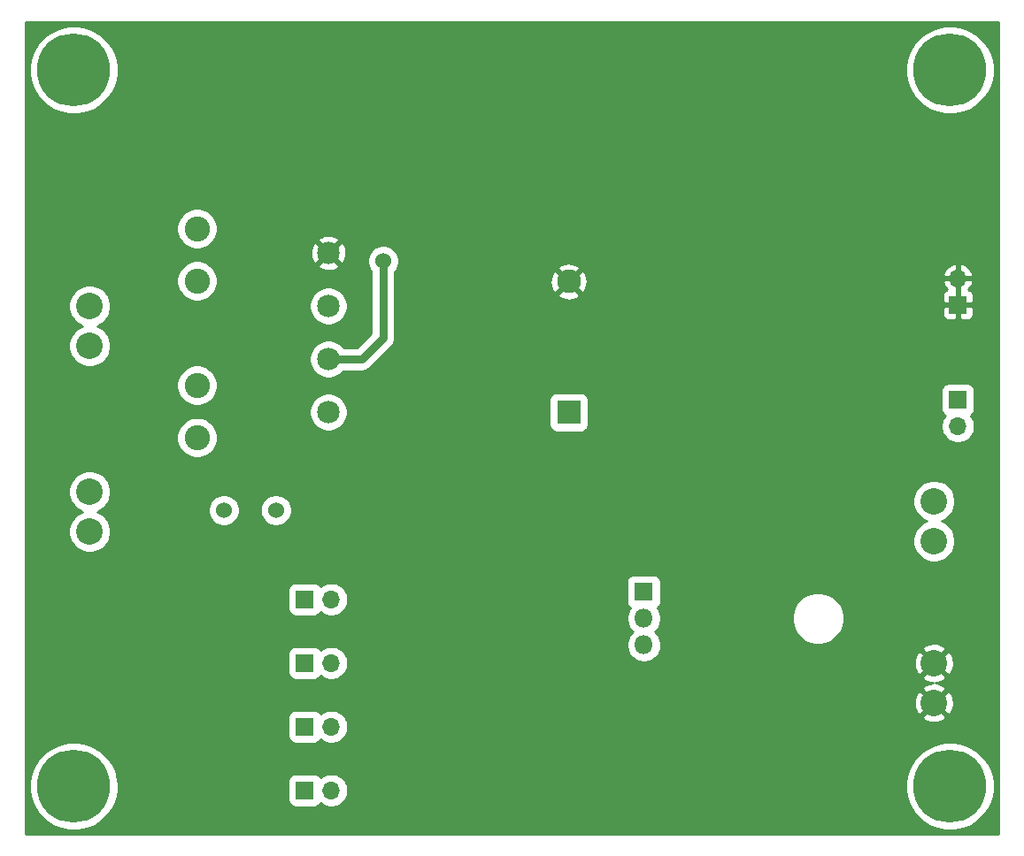
<source format=gbr>
G04 #@! TF.GenerationSoftware,KiCad,Pcbnew,(5.1.5)-3*
G04 #@! TF.CreationDate,2020-06-10T18:28:01-04:00*
G04 #@! TF.ProjectId,DC-Supply-170V-v1,44432d53-7570-4706-9c79-2d313730562d,rev?*
G04 #@! TF.SameCoordinates,Original*
G04 #@! TF.FileFunction,Copper,L2,Bot*
G04 #@! TF.FilePolarity,Positive*
%FSLAX46Y46*%
G04 Gerber Fmt 4.6, Leading zero omitted, Abs format (unit mm)*
G04 Created by KiCad (PCBNEW (5.1.5)-3) date 2020-06-10 18:28:01*
%MOMM*%
%LPD*%
G04 APERTURE LIST*
%ADD10O,1.700000X1.700000*%
%ADD11R,1.700000X1.700000*%
%ADD12C,2.413000*%
%ADD13C,6.985000*%
%ADD14O,1.800000X1.800000*%
%ADD15R,1.800000X1.800000*%
%ADD16C,1.524000*%
%ADD17C,2.540000*%
%ADD18C,2.286000*%
%ADD19R,2.286000X2.286000*%
%ADD20C,2.159000*%
%ADD21C,0.762000*%
%ADD22C,0.254000*%
G04 APERTURE END LIST*
D10*
X163322000Y-79832200D03*
D11*
X163322000Y-77292200D03*
D10*
X163322000Y-65659000D03*
D11*
X163322000Y-68199000D03*
X100838000Y-96393000D03*
D10*
X103378000Y-96393000D03*
X103378000Y-102489000D03*
D11*
X100838000Y-102489000D03*
X100838000Y-108585000D03*
D10*
X103378000Y-108585000D03*
D12*
X90525600Y-60909200D03*
X90525600Y-65909200D03*
X90525600Y-80909200D03*
X90525600Y-75909200D03*
D13*
X78740000Y-45720000D03*
X162560000Y-45720000D03*
X78740000Y-114300000D03*
X162560000Y-114300000D03*
D14*
X133273800Y-100761800D03*
X133273800Y-98221800D03*
D15*
X133273800Y-95681800D03*
D16*
X98069400Y-87858600D03*
X93091000Y-87858600D03*
D17*
X80264000Y-68326000D03*
X80264000Y-72136000D03*
X80264000Y-89916000D03*
X80264000Y-86106000D03*
X161036000Y-90805000D03*
X161036000Y-86995000D03*
X161036000Y-102489000D03*
X161036000Y-106299000D03*
D11*
X100838000Y-114681000D03*
D10*
X103378000Y-114681000D03*
D18*
X126085600Y-65986000D03*
D19*
X126085600Y-78486000D03*
D20*
X103098600Y-78486000D03*
X103098600Y-73406000D03*
X103098600Y-68326000D03*
X103098600Y-63246000D03*
D16*
X152260286Y-47853600D03*
X145034002Y-73025000D03*
X145110200Y-68503800D03*
X139801600Y-68808600D03*
X145135600Y-62941200D03*
X155956000Y-62966600D03*
X127711200Y-102412800D03*
X134761357Y-46877357D03*
X108331000Y-64008000D03*
D21*
X106299000Y-73406000D02*
X103124000Y-73406000D01*
X108331000Y-64008000D02*
X108331000Y-71374000D01*
X108331000Y-71374000D02*
X106299000Y-73406000D01*
D22*
G36*
X167159000Y-118899000D02*
G01*
X74141000Y-118899000D01*
X74141000Y-113880968D01*
X74485500Y-113880968D01*
X74485500Y-114719032D01*
X74648998Y-115540992D01*
X74969711Y-116315262D01*
X75435314Y-117012086D01*
X76027914Y-117604686D01*
X76724738Y-118070289D01*
X77499008Y-118391002D01*
X78320968Y-118554500D01*
X79159032Y-118554500D01*
X79980992Y-118391002D01*
X80755262Y-118070289D01*
X81452086Y-117604686D01*
X82044686Y-117012086D01*
X82510289Y-116315262D01*
X82831002Y-115540992D01*
X82994500Y-114719032D01*
X82994500Y-113880968D01*
X82984561Y-113831000D01*
X99222314Y-113831000D01*
X99222314Y-115531000D01*
X99237026Y-115680378D01*
X99280598Y-115824015D01*
X99351355Y-115956392D01*
X99446578Y-116072422D01*
X99562608Y-116167645D01*
X99694985Y-116238402D01*
X99838622Y-116281974D01*
X99988000Y-116296686D01*
X101688000Y-116296686D01*
X101837378Y-116281974D01*
X101981015Y-116238402D01*
X102113392Y-116167645D01*
X102229422Y-116072422D01*
X102324645Y-115956392D01*
X102341725Y-115924437D01*
X102350410Y-115933122D01*
X102614432Y-116109536D01*
X102907797Y-116231052D01*
X103219232Y-116293000D01*
X103536768Y-116293000D01*
X103848203Y-116231052D01*
X104141568Y-116109536D01*
X104405590Y-115933122D01*
X104630122Y-115708590D01*
X104806536Y-115444568D01*
X104928052Y-115151203D01*
X104990000Y-114839768D01*
X104990000Y-114522232D01*
X104928052Y-114210797D01*
X104806536Y-113917432D01*
X104782172Y-113880968D01*
X158305500Y-113880968D01*
X158305500Y-114719032D01*
X158468998Y-115540992D01*
X158789711Y-116315262D01*
X159255314Y-117012086D01*
X159847914Y-117604686D01*
X160544738Y-118070289D01*
X161319008Y-118391002D01*
X162140968Y-118554500D01*
X162979032Y-118554500D01*
X163800992Y-118391002D01*
X164575262Y-118070289D01*
X165272086Y-117604686D01*
X165864686Y-117012086D01*
X166330289Y-116315262D01*
X166651002Y-115540992D01*
X166814500Y-114719032D01*
X166814500Y-113880968D01*
X166651002Y-113059008D01*
X166330289Y-112284738D01*
X165864686Y-111587914D01*
X165272086Y-110995314D01*
X164575262Y-110529711D01*
X163800992Y-110208998D01*
X162979032Y-110045500D01*
X162140968Y-110045500D01*
X161319008Y-110208998D01*
X160544738Y-110529711D01*
X159847914Y-110995314D01*
X159255314Y-111587914D01*
X158789711Y-112284738D01*
X158468998Y-113059008D01*
X158305500Y-113880968D01*
X104782172Y-113880968D01*
X104630122Y-113653410D01*
X104405590Y-113428878D01*
X104141568Y-113252464D01*
X103848203Y-113130948D01*
X103536768Y-113069000D01*
X103219232Y-113069000D01*
X102907797Y-113130948D01*
X102614432Y-113252464D01*
X102350410Y-113428878D01*
X102341725Y-113437563D01*
X102324645Y-113405608D01*
X102229422Y-113289578D01*
X102113392Y-113194355D01*
X101981015Y-113123598D01*
X101837378Y-113080026D01*
X101688000Y-113065314D01*
X99988000Y-113065314D01*
X99838622Y-113080026D01*
X99694985Y-113123598D01*
X99562608Y-113194355D01*
X99446578Y-113289578D01*
X99351355Y-113405608D01*
X99280598Y-113537985D01*
X99237026Y-113681622D01*
X99222314Y-113831000D01*
X82984561Y-113831000D01*
X82831002Y-113059008D01*
X82510289Y-112284738D01*
X82044686Y-111587914D01*
X81452086Y-110995314D01*
X80755262Y-110529711D01*
X79980992Y-110208998D01*
X79159032Y-110045500D01*
X78320968Y-110045500D01*
X77499008Y-110208998D01*
X76724738Y-110529711D01*
X76027914Y-110995314D01*
X75435314Y-111587914D01*
X74969711Y-112284738D01*
X74648998Y-113059008D01*
X74485500Y-113880968D01*
X74141000Y-113880968D01*
X74141000Y-107735000D01*
X99222314Y-107735000D01*
X99222314Y-109435000D01*
X99237026Y-109584378D01*
X99280598Y-109728015D01*
X99351355Y-109860392D01*
X99446578Y-109976422D01*
X99562608Y-110071645D01*
X99694985Y-110142402D01*
X99838622Y-110185974D01*
X99988000Y-110200686D01*
X101688000Y-110200686D01*
X101837378Y-110185974D01*
X101981015Y-110142402D01*
X102113392Y-110071645D01*
X102229422Y-109976422D01*
X102324645Y-109860392D01*
X102341725Y-109828437D01*
X102350410Y-109837122D01*
X102614432Y-110013536D01*
X102907797Y-110135052D01*
X103219232Y-110197000D01*
X103536768Y-110197000D01*
X103848203Y-110135052D01*
X104141568Y-110013536D01*
X104405590Y-109837122D01*
X104630122Y-109612590D01*
X104806536Y-109348568D01*
X104928052Y-109055203D01*
X104990000Y-108743768D01*
X104990000Y-108426232D01*
X104928052Y-108114797D01*
X104806536Y-107821432D01*
X104676522Y-107626852D01*
X159887753Y-107626852D01*
X160016076Y-107918871D01*
X160351695Y-108086723D01*
X160713611Y-108185874D01*
X161087916Y-108212514D01*
X161460227Y-108165618D01*
X161816235Y-108046988D01*
X162055924Y-107918871D01*
X162184247Y-107626852D01*
X161036000Y-106478605D01*
X159887753Y-107626852D01*
X104676522Y-107626852D01*
X104630122Y-107557410D01*
X104405590Y-107332878D01*
X104141568Y-107156464D01*
X103848203Y-107034948D01*
X103536768Y-106973000D01*
X103219232Y-106973000D01*
X102907797Y-107034948D01*
X102614432Y-107156464D01*
X102350410Y-107332878D01*
X102341725Y-107341563D01*
X102324645Y-107309608D01*
X102229422Y-107193578D01*
X102113392Y-107098355D01*
X101981015Y-107027598D01*
X101837378Y-106984026D01*
X101688000Y-106969314D01*
X99988000Y-106969314D01*
X99838622Y-106984026D01*
X99694985Y-107027598D01*
X99562608Y-107098355D01*
X99446578Y-107193578D01*
X99351355Y-107309608D01*
X99280598Y-107441985D01*
X99237026Y-107585622D01*
X99222314Y-107735000D01*
X74141000Y-107735000D01*
X74141000Y-106350916D01*
X159122486Y-106350916D01*
X159169382Y-106723227D01*
X159288012Y-107079235D01*
X159416129Y-107318924D01*
X159708148Y-107447247D01*
X160856395Y-106299000D01*
X161215605Y-106299000D01*
X162363852Y-107447247D01*
X162655871Y-107318924D01*
X162823723Y-106983305D01*
X162922874Y-106621389D01*
X162949514Y-106247084D01*
X162902618Y-105874773D01*
X162783988Y-105518765D01*
X162655871Y-105279076D01*
X162363852Y-105150753D01*
X161215605Y-106299000D01*
X160856395Y-106299000D01*
X159708148Y-105150753D01*
X159416129Y-105279076D01*
X159248277Y-105614695D01*
X159149126Y-105976611D01*
X159122486Y-106350916D01*
X74141000Y-106350916D01*
X74141000Y-101639000D01*
X99222314Y-101639000D01*
X99222314Y-103339000D01*
X99237026Y-103488378D01*
X99280598Y-103632015D01*
X99351355Y-103764392D01*
X99446578Y-103880422D01*
X99562608Y-103975645D01*
X99694985Y-104046402D01*
X99838622Y-104089974D01*
X99988000Y-104104686D01*
X101688000Y-104104686D01*
X101837378Y-104089974D01*
X101981015Y-104046402D01*
X102113392Y-103975645D01*
X102229422Y-103880422D01*
X102324645Y-103764392D01*
X102341725Y-103732437D01*
X102350410Y-103741122D01*
X102614432Y-103917536D01*
X102907797Y-104039052D01*
X103219232Y-104101000D01*
X103536768Y-104101000D01*
X103848203Y-104039052D01*
X104141568Y-103917536D01*
X104292252Y-103816852D01*
X159887753Y-103816852D01*
X160016076Y-104108871D01*
X160351695Y-104276723D01*
X160713611Y-104375874D01*
X160935192Y-104391644D01*
X160611773Y-104432382D01*
X160255765Y-104551012D01*
X160016076Y-104679129D01*
X159887753Y-104971148D01*
X161036000Y-106119395D01*
X162184247Y-104971148D01*
X162055924Y-104679129D01*
X161720305Y-104511277D01*
X161358389Y-104412126D01*
X161136808Y-104396356D01*
X161460227Y-104355618D01*
X161816235Y-104236988D01*
X162055924Y-104108871D01*
X162184247Y-103816852D01*
X161036000Y-102668605D01*
X159887753Y-103816852D01*
X104292252Y-103816852D01*
X104405590Y-103741122D01*
X104630122Y-103516590D01*
X104806536Y-103252568D01*
X104928052Y-102959203D01*
X104990000Y-102647768D01*
X104990000Y-102540916D01*
X159122486Y-102540916D01*
X159169382Y-102913227D01*
X159288012Y-103269235D01*
X159416129Y-103508924D01*
X159708148Y-103637247D01*
X160856395Y-102489000D01*
X161215605Y-102489000D01*
X162363852Y-103637247D01*
X162655871Y-103508924D01*
X162823723Y-103173305D01*
X162922874Y-102811389D01*
X162949514Y-102437084D01*
X162902618Y-102064773D01*
X162783988Y-101708765D01*
X162655871Y-101469076D01*
X162363852Y-101340753D01*
X161215605Y-102489000D01*
X160856395Y-102489000D01*
X159708148Y-101340753D01*
X159416129Y-101469076D01*
X159248277Y-101804695D01*
X159149126Y-102166611D01*
X159122486Y-102540916D01*
X104990000Y-102540916D01*
X104990000Y-102330232D01*
X104928052Y-102018797D01*
X104806536Y-101725432D01*
X104630122Y-101461410D01*
X104405590Y-101236878D01*
X104141568Y-101060464D01*
X103848203Y-100938948D01*
X103536768Y-100877000D01*
X103219232Y-100877000D01*
X102907797Y-100938948D01*
X102614432Y-101060464D01*
X102350410Y-101236878D01*
X102341725Y-101245563D01*
X102324645Y-101213608D01*
X102229422Y-101097578D01*
X102113392Y-101002355D01*
X101981015Y-100931598D01*
X101837378Y-100888026D01*
X101688000Y-100873314D01*
X99988000Y-100873314D01*
X99838622Y-100888026D01*
X99694985Y-100931598D01*
X99562608Y-101002355D01*
X99446578Y-101097578D01*
X99351355Y-101213608D01*
X99280598Y-101345985D01*
X99237026Y-101489622D01*
X99222314Y-101639000D01*
X74141000Y-101639000D01*
X74141000Y-95543000D01*
X99222314Y-95543000D01*
X99222314Y-97243000D01*
X99237026Y-97392378D01*
X99280598Y-97536015D01*
X99351355Y-97668392D01*
X99446578Y-97784422D01*
X99562608Y-97879645D01*
X99694985Y-97950402D01*
X99838622Y-97993974D01*
X99988000Y-98008686D01*
X101688000Y-98008686D01*
X101837378Y-97993974D01*
X101981015Y-97950402D01*
X102113392Y-97879645D01*
X102229422Y-97784422D01*
X102324645Y-97668392D01*
X102341725Y-97636437D01*
X102350410Y-97645122D01*
X102614432Y-97821536D01*
X102907797Y-97943052D01*
X103219232Y-98005000D01*
X103536768Y-98005000D01*
X103848203Y-97943052D01*
X104141568Y-97821536D01*
X104405590Y-97645122D01*
X104630122Y-97420590D01*
X104806536Y-97156568D01*
X104928052Y-96863203D01*
X104990000Y-96551768D01*
X104990000Y-96234232D01*
X104928052Y-95922797D01*
X104806536Y-95629432D01*
X104630122Y-95365410D01*
X104405590Y-95140878D01*
X104141568Y-94964464D01*
X103848203Y-94842948D01*
X103540790Y-94781800D01*
X131608114Y-94781800D01*
X131608114Y-96581800D01*
X131622826Y-96731178D01*
X131666398Y-96874815D01*
X131737155Y-97007192D01*
X131832378Y-97123222D01*
X131946433Y-97216824D01*
X131800954Y-97434548D01*
X131675669Y-97737012D01*
X131611800Y-98058107D01*
X131611800Y-98385493D01*
X131675669Y-98706588D01*
X131800954Y-99009052D01*
X131982840Y-99281263D01*
X132193377Y-99491800D01*
X131982840Y-99702337D01*
X131800954Y-99974548D01*
X131675669Y-100277012D01*
X131611800Y-100598107D01*
X131611800Y-100925493D01*
X131675669Y-101246588D01*
X131800954Y-101549052D01*
X131982840Y-101821263D01*
X132214337Y-102052760D01*
X132486548Y-102234646D01*
X132789012Y-102359931D01*
X133110107Y-102423800D01*
X133437493Y-102423800D01*
X133758588Y-102359931D01*
X134061052Y-102234646D01*
X134333263Y-102052760D01*
X134564760Y-101821263D01*
X134746646Y-101549052D01*
X134871931Y-101246588D01*
X134888925Y-101161148D01*
X159887753Y-101161148D01*
X161036000Y-102309395D01*
X162184247Y-101161148D01*
X162055924Y-100869129D01*
X161720305Y-100701277D01*
X161358389Y-100602126D01*
X160984084Y-100575486D01*
X160611773Y-100622382D01*
X160255765Y-100741012D01*
X160016076Y-100869129D01*
X159887753Y-101161148D01*
X134888925Y-101161148D01*
X134935800Y-100925493D01*
X134935800Y-100598107D01*
X134871931Y-100277012D01*
X134746646Y-99974548D01*
X134564760Y-99702337D01*
X134354223Y-99491800D01*
X134564760Y-99281263D01*
X134746646Y-99009052D01*
X134871931Y-98706588D01*
X134935800Y-98385493D01*
X134935800Y-98058107D01*
X134919148Y-97974390D01*
X147421800Y-97974390D01*
X147421800Y-98469210D01*
X147518335Y-98954523D01*
X147707695Y-99411678D01*
X147982603Y-99823106D01*
X148332494Y-100172997D01*
X148743922Y-100447905D01*
X149201077Y-100637265D01*
X149686390Y-100733800D01*
X150181210Y-100733800D01*
X150666523Y-100637265D01*
X151123678Y-100447905D01*
X151535106Y-100172997D01*
X151884997Y-99823106D01*
X152159905Y-99411678D01*
X152349265Y-98954523D01*
X152445800Y-98469210D01*
X152445800Y-97974390D01*
X152349265Y-97489077D01*
X152159905Y-97031922D01*
X151884997Y-96620494D01*
X151535106Y-96270603D01*
X151123678Y-95995695D01*
X150666523Y-95806335D01*
X150181210Y-95709800D01*
X149686390Y-95709800D01*
X149201077Y-95806335D01*
X148743922Y-95995695D01*
X148332494Y-96270603D01*
X147982603Y-96620494D01*
X147707695Y-97031922D01*
X147518335Y-97489077D01*
X147421800Y-97974390D01*
X134919148Y-97974390D01*
X134871931Y-97737012D01*
X134746646Y-97434548D01*
X134601167Y-97216824D01*
X134715222Y-97123222D01*
X134810445Y-97007192D01*
X134881202Y-96874815D01*
X134924774Y-96731178D01*
X134939486Y-96581800D01*
X134939486Y-94781800D01*
X134924774Y-94632422D01*
X134881202Y-94488785D01*
X134810445Y-94356408D01*
X134715222Y-94240378D01*
X134599192Y-94145155D01*
X134466815Y-94074398D01*
X134323178Y-94030826D01*
X134173800Y-94016114D01*
X132373800Y-94016114D01*
X132224422Y-94030826D01*
X132080785Y-94074398D01*
X131948408Y-94145155D01*
X131832378Y-94240378D01*
X131737155Y-94356408D01*
X131666398Y-94488785D01*
X131622826Y-94632422D01*
X131608114Y-94781800D01*
X103540790Y-94781800D01*
X103536768Y-94781000D01*
X103219232Y-94781000D01*
X102907797Y-94842948D01*
X102614432Y-94964464D01*
X102350410Y-95140878D01*
X102341725Y-95149563D01*
X102324645Y-95117608D01*
X102229422Y-95001578D01*
X102113392Y-94906355D01*
X101981015Y-94835598D01*
X101837378Y-94792026D01*
X101688000Y-94777314D01*
X99988000Y-94777314D01*
X99838622Y-94792026D01*
X99694985Y-94835598D01*
X99562608Y-94906355D01*
X99446578Y-95001578D01*
X99351355Y-95117608D01*
X99280598Y-95249985D01*
X99237026Y-95393622D01*
X99222314Y-95543000D01*
X74141000Y-95543000D01*
X74141000Y-85905865D01*
X78232000Y-85905865D01*
X78232000Y-86306135D01*
X78310089Y-86698713D01*
X78463265Y-87068513D01*
X78685643Y-87401325D01*
X78968675Y-87684357D01*
X79301487Y-87906735D01*
X79553205Y-88011000D01*
X79301487Y-88115265D01*
X78968675Y-88337643D01*
X78685643Y-88620675D01*
X78463265Y-88953487D01*
X78310089Y-89323287D01*
X78232000Y-89715865D01*
X78232000Y-90116135D01*
X78310089Y-90508713D01*
X78463265Y-90878513D01*
X78685643Y-91211325D01*
X78968675Y-91494357D01*
X79301487Y-91716735D01*
X79671287Y-91869911D01*
X80063865Y-91948000D01*
X80464135Y-91948000D01*
X80856713Y-91869911D01*
X81226513Y-91716735D01*
X81559325Y-91494357D01*
X81842357Y-91211325D01*
X82064735Y-90878513D01*
X82217911Y-90508713D01*
X82296000Y-90116135D01*
X82296000Y-89715865D01*
X82217911Y-89323287D01*
X82064735Y-88953487D01*
X81842357Y-88620675D01*
X81559325Y-88337643D01*
X81226513Y-88115265D01*
X80974795Y-88011000D01*
X81226513Y-87906735D01*
X81523193Y-87708499D01*
X91567000Y-87708499D01*
X91567000Y-88008701D01*
X91625566Y-88303134D01*
X91740449Y-88580485D01*
X91907232Y-88830093D01*
X92119507Y-89042368D01*
X92369115Y-89209151D01*
X92646466Y-89324034D01*
X92940899Y-89382600D01*
X93241101Y-89382600D01*
X93535534Y-89324034D01*
X93812885Y-89209151D01*
X94062493Y-89042368D01*
X94274768Y-88830093D01*
X94441551Y-88580485D01*
X94556434Y-88303134D01*
X94615000Y-88008701D01*
X94615000Y-87708499D01*
X96545400Y-87708499D01*
X96545400Y-88008701D01*
X96603966Y-88303134D01*
X96718849Y-88580485D01*
X96885632Y-88830093D01*
X97097907Y-89042368D01*
X97347515Y-89209151D01*
X97624866Y-89324034D01*
X97919299Y-89382600D01*
X98219501Y-89382600D01*
X98513934Y-89324034D01*
X98791285Y-89209151D01*
X99040893Y-89042368D01*
X99253168Y-88830093D01*
X99419951Y-88580485D01*
X99534834Y-88303134D01*
X99593400Y-88008701D01*
X99593400Y-87708499D01*
X99534834Y-87414066D01*
X99419951Y-87136715D01*
X99253168Y-86887107D01*
X99160926Y-86794865D01*
X159004000Y-86794865D01*
X159004000Y-87195135D01*
X159082089Y-87587713D01*
X159235265Y-87957513D01*
X159457643Y-88290325D01*
X159740675Y-88573357D01*
X160073487Y-88795735D01*
X160325205Y-88900000D01*
X160073487Y-89004265D01*
X159740675Y-89226643D01*
X159457643Y-89509675D01*
X159235265Y-89842487D01*
X159082089Y-90212287D01*
X159004000Y-90604865D01*
X159004000Y-91005135D01*
X159082089Y-91397713D01*
X159235265Y-91767513D01*
X159457643Y-92100325D01*
X159740675Y-92383357D01*
X160073487Y-92605735D01*
X160443287Y-92758911D01*
X160835865Y-92837000D01*
X161236135Y-92837000D01*
X161628713Y-92758911D01*
X161998513Y-92605735D01*
X162331325Y-92383357D01*
X162614357Y-92100325D01*
X162836735Y-91767513D01*
X162989911Y-91397713D01*
X163068000Y-91005135D01*
X163068000Y-90604865D01*
X162989911Y-90212287D01*
X162836735Y-89842487D01*
X162614357Y-89509675D01*
X162331325Y-89226643D01*
X161998513Y-89004265D01*
X161746795Y-88900000D01*
X161998513Y-88795735D01*
X162331325Y-88573357D01*
X162614357Y-88290325D01*
X162836735Y-87957513D01*
X162989911Y-87587713D01*
X163068000Y-87195135D01*
X163068000Y-86794865D01*
X162989911Y-86402287D01*
X162836735Y-86032487D01*
X162614357Y-85699675D01*
X162331325Y-85416643D01*
X161998513Y-85194265D01*
X161628713Y-85041089D01*
X161236135Y-84963000D01*
X160835865Y-84963000D01*
X160443287Y-85041089D01*
X160073487Y-85194265D01*
X159740675Y-85416643D01*
X159457643Y-85699675D01*
X159235265Y-86032487D01*
X159082089Y-86402287D01*
X159004000Y-86794865D01*
X99160926Y-86794865D01*
X99040893Y-86674832D01*
X98791285Y-86508049D01*
X98513934Y-86393166D01*
X98219501Y-86334600D01*
X97919299Y-86334600D01*
X97624866Y-86393166D01*
X97347515Y-86508049D01*
X97097907Y-86674832D01*
X96885632Y-86887107D01*
X96718849Y-87136715D01*
X96603966Y-87414066D01*
X96545400Y-87708499D01*
X94615000Y-87708499D01*
X94556434Y-87414066D01*
X94441551Y-87136715D01*
X94274768Y-86887107D01*
X94062493Y-86674832D01*
X93812885Y-86508049D01*
X93535534Y-86393166D01*
X93241101Y-86334600D01*
X92940899Y-86334600D01*
X92646466Y-86393166D01*
X92369115Y-86508049D01*
X92119507Y-86674832D01*
X91907232Y-86887107D01*
X91740449Y-87136715D01*
X91625566Y-87414066D01*
X91567000Y-87708499D01*
X81523193Y-87708499D01*
X81559325Y-87684357D01*
X81842357Y-87401325D01*
X82064735Y-87068513D01*
X82217911Y-86698713D01*
X82296000Y-86306135D01*
X82296000Y-85905865D01*
X82217911Y-85513287D01*
X82064735Y-85143487D01*
X81842357Y-84810675D01*
X81559325Y-84527643D01*
X81226513Y-84305265D01*
X80856713Y-84152089D01*
X80464135Y-84074000D01*
X80063865Y-84074000D01*
X79671287Y-84152089D01*
X79301487Y-84305265D01*
X78968675Y-84527643D01*
X78685643Y-84810675D01*
X78463265Y-85143487D01*
X78310089Y-85513287D01*
X78232000Y-85905865D01*
X74141000Y-85905865D01*
X74141000Y-80715320D01*
X88557100Y-80715320D01*
X88557100Y-81103080D01*
X88632748Y-81483390D01*
X88781138Y-81841635D01*
X88996566Y-82164046D01*
X89270754Y-82438234D01*
X89593165Y-82653662D01*
X89951410Y-82802052D01*
X90331720Y-82877700D01*
X90719480Y-82877700D01*
X91099790Y-82802052D01*
X91458035Y-82653662D01*
X91780446Y-82438234D01*
X92054634Y-82164046D01*
X92270062Y-81841635D01*
X92418452Y-81483390D01*
X92494100Y-81103080D01*
X92494100Y-80715320D01*
X92418452Y-80335010D01*
X92270062Y-79976765D01*
X92054634Y-79654354D01*
X91780446Y-79380166D01*
X91458035Y-79164738D01*
X91099790Y-79016348D01*
X90719480Y-78940700D01*
X90331720Y-78940700D01*
X89951410Y-79016348D01*
X89593165Y-79164738D01*
X89270754Y-79380166D01*
X88996566Y-79654354D01*
X88781138Y-79976765D01*
X88632748Y-80335010D01*
X88557100Y-80715320D01*
X74141000Y-80715320D01*
X74141000Y-78304628D01*
X101257100Y-78304628D01*
X101257100Y-78667372D01*
X101327868Y-79023146D01*
X101466684Y-79358277D01*
X101668214Y-79659888D01*
X101924712Y-79916386D01*
X102226323Y-80117916D01*
X102561454Y-80256732D01*
X102917228Y-80327500D01*
X103279972Y-80327500D01*
X103635746Y-80256732D01*
X103970877Y-80117916D01*
X104272488Y-79916386D01*
X104528986Y-79659888D01*
X104730516Y-79358277D01*
X104869332Y-79023146D01*
X104940100Y-78667372D01*
X104940100Y-78304628D01*
X104869332Y-77948854D01*
X104730516Y-77613723D01*
X104549625Y-77343000D01*
X124176914Y-77343000D01*
X124176914Y-79629000D01*
X124191626Y-79778378D01*
X124235198Y-79922015D01*
X124305955Y-80054392D01*
X124401178Y-80170422D01*
X124517208Y-80265645D01*
X124649585Y-80336402D01*
X124793222Y-80379974D01*
X124942600Y-80394686D01*
X127228600Y-80394686D01*
X127377978Y-80379974D01*
X127521615Y-80336402D01*
X127653992Y-80265645D01*
X127770022Y-80170422D01*
X127865245Y-80054392D01*
X127936002Y-79922015D01*
X127979574Y-79778378D01*
X127994286Y-79629000D01*
X127994286Y-77343000D01*
X127979574Y-77193622D01*
X127936002Y-77049985D01*
X127865245Y-76917608D01*
X127770022Y-76801578D01*
X127653992Y-76706355D01*
X127521615Y-76635598D01*
X127377978Y-76592026D01*
X127228600Y-76577314D01*
X124942600Y-76577314D01*
X124793222Y-76592026D01*
X124649585Y-76635598D01*
X124517208Y-76706355D01*
X124401178Y-76801578D01*
X124305955Y-76917608D01*
X124235198Y-77049985D01*
X124191626Y-77193622D01*
X124176914Y-77343000D01*
X104549625Y-77343000D01*
X104528986Y-77312112D01*
X104272488Y-77055614D01*
X103970877Y-76854084D01*
X103635746Y-76715268D01*
X103279972Y-76644500D01*
X102917228Y-76644500D01*
X102561454Y-76715268D01*
X102226323Y-76854084D01*
X101924712Y-77055614D01*
X101668214Y-77312112D01*
X101466684Y-77613723D01*
X101327868Y-77948854D01*
X101257100Y-78304628D01*
X74141000Y-78304628D01*
X74141000Y-75715320D01*
X88557100Y-75715320D01*
X88557100Y-76103080D01*
X88632748Y-76483390D01*
X88781138Y-76841635D01*
X88996566Y-77164046D01*
X89270754Y-77438234D01*
X89593165Y-77653662D01*
X89951410Y-77802052D01*
X90331720Y-77877700D01*
X90719480Y-77877700D01*
X91099790Y-77802052D01*
X91458035Y-77653662D01*
X91780446Y-77438234D01*
X92054634Y-77164046D01*
X92270062Y-76841635D01*
X92418452Y-76483390D01*
X92426645Y-76442200D01*
X161706314Y-76442200D01*
X161706314Y-78142200D01*
X161721026Y-78291578D01*
X161764598Y-78435215D01*
X161835355Y-78567592D01*
X161930578Y-78683622D01*
X162046608Y-78778845D01*
X162078563Y-78795925D01*
X162069878Y-78804610D01*
X161893464Y-79068632D01*
X161771948Y-79361997D01*
X161710000Y-79673432D01*
X161710000Y-79990968D01*
X161771948Y-80302403D01*
X161893464Y-80595768D01*
X162069878Y-80859790D01*
X162294410Y-81084322D01*
X162558432Y-81260736D01*
X162851797Y-81382252D01*
X163163232Y-81444200D01*
X163480768Y-81444200D01*
X163792203Y-81382252D01*
X164085568Y-81260736D01*
X164349590Y-81084322D01*
X164574122Y-80859790D01*
X164750536Y-80595768D01*
X164872052Y-80302403D01*
X164934000Y-79990968D01*
X164934000Y-79673432D01*
X164872052Y-79361997D01*
X164750536Y-79068632D01*
X164574122Y-78804610D01*
X164565437Y-78795925D01*
X164597392Y-78778845D01*
X164713422Y-78683622D01*
X164808645Y-78567592D01*
X164879402Y-78435215D01*
X164922974Y-78291578D01*
X164937686Y-78142200D01*
X164937686Y-76442200D01*
X164922974Y-76292822D01*
X164879402Y-76149185D01*
X164808645Y-76016808D01*
X164713422Y-75900778D01*
X164597392Y-75805555D01*
X164465015Y-75734798D01*
X164321378Y-75691226D01*
X164172000Y-75676514D01*
X162472000Y-75676514D01*
X162322622Y-75691226D01*
X162178985Y-75734798D01*
X162046608Y-75805555D01*
X161930578Y-75900778D01*
X161835355Y-76016808D01*
X161764598Y-76149185D01*
X161721026Y-76292822D01*
X161706314Y-76442200D01*
X92426645Y-76442200D01*
X92494100Y-76103080D01*
X92494100Y-75715320D01*
X92418452Y-75335010D01*
X92270062Y-74976765D01*
X92054634Y-74654354D01*
X91780446Y-74380166D01*
X91458035Y-74164738D01*
X91099790Y-74016348D01*
X90719480Y-73940700D01*
X90331720Y-73940700D01*
X89951410Y-74016348D01*
X89593165Y-74164738D01*
X89270754Y-74380166D01*
X88996566Y-74654354D01*
X88781138Y-74976765D01*
X88632748Y-75335010D01*
X88557100Y-75715320D01*
X74141000Y-75715320D01*
X74141000Y-68125865D01*
X78232000Y-68125865D01*
X78232000Y-68526135D01*
X78310089Y-68918713D01*
X78463265Y-69288513D01*
X78685643Y-69621325D01*
X78968675Y-69904357D01*
X79301487Y-70126735D01*
X79553205Y-70231000D01*
X79301487Y-70335265D01*
X78968675Y-70557643D01*
X78685643Y-70840675D01*
X78463265Y-71173487D01*
X78310089Y-71543287D01*
X78232000Y-71935865D01*
X78232000Y-72336135D01*
X78310089Y-72728713D01*
X78463265Y-73098513D01*
X78685643Y-73431325D01*
X78968675Y-73714357D01*
X79301487Y-73936735D01*
X79671287Y-74089911D01*
X80063865Y-74168000D01*
X80464135Y-74168000D01*
X80856713Y-74089911D01*
X81226513Y-73936735D01*
X81559325Y-73714357D01*
X81842357Y-73431325D01*
X81980467Y-73224628D01*
X101257100Y-73224628D01*
X101257100Y-73587372D01*
X101327868Y-73943146D01*
X101466684Y-74278277D01*
X101668214Y-74579888D01*
X101924712Y-74836386D01*
X102226323Y-75037916D01*
X102561454Y-75176732D01*
X102917228Y-75247500D01*
X103279972Y-75247500D01*
X103635746Y-75176732D01*
X103970877Y-75037916D01*
X104272488Y-74836386D01*
X104528986Y-74579888D01*
X104549625Y-74549000D01*
X106242861Y-74549000D01*
X106299000Y-74554529D01*
X106355139Y-74549000D01*
X106355146Y-74549000D01*
X106523067Y-74532461D01*
X106738523Y-74467103D01*
X106937089Y-74360968D01*
X107111133Y-74218133D01*
X107146927Y-74174518D01*
X109099523Y-72221923D01*
X109143133Y-72186133D01*
X109285968Y-72012089D01*
X109392103Y-71813523D01*
X109457461Y-71598067D01*
X109474000Y-71430146D01*
X109474000Y-71430139D01*
X109479529Y-71374000D01*
X109474000Y-71317861D01*
X109474000Y-69049000D01*
X161833928Y-69049000D01*
X161846188Y-69173482D01*
X161882498Y-69293180D01*
X161941463Y-69403494D01*
X162020815Y-69500185D01*
X162117506Y-69579537D01*
X162227820Y-69638502D01*
X162347518Y-69674812D01*
X162472000Y-69687072D01*
X163036250Y-69684000D01*
X163195000Y-69525250D01*
X163195000Y-68326000D01*
X163449000Y-68326000D01*
X163449000Y-69525250D01*
X163607750Y-69684000D01*
X164172000Y-69687072D01*
X164296482Y-69674812D01*
X164416180Y-69638502D01*
X164526494Y-69579537D01*
X164623185Y-69500185D01*
X164702537Y-69403494D01*
X164761502Y-69293180D01*
X164797812Y-69173482D01*
X164810072Y-69049000D01*
X164807000Y-68484750D01*
X164648250Y-68326000D01*
X163449000Y-68326000D01*
X163195000Y-68326000D01*
X161995750Y-68326000D01*
X161837000Y-68484750D01*
X161833928Y-69049000D01*
X109474000Y-69049000D01*
X109474000Y-67223360D01*
X125027845Y-67223360D01*
X125140864Y-67502384D01*
X125454849Y-67657556D01*
X125793073Y-67748491D01*
X126142538Y-67771694D01*
X126489816Y-67726275D01*
X126821560Y-67613977D01*
X127030336Y-67502384D01*
X127092464Y-67349000D01*
X161833928Y-67349000D01*
X161837000Y-67913250D01*
X161995750Y-68072000D01*
X163195000Y-68072000D01*
X163195000Y-65786000D01*
X163449000Y-65786000D01*
X163449000Y-68072000D01*
X164648250Y-68072000D01*
X164807000Y-67913250D01*
X164810072Y-67349000D01*
X164797812Y-67224518D01*
X164761502Y-67104820D01*
X164702537Y-66994506D01*
X164623185Y-66897815D01*
X164526494Y-66818463D01*
X164416180Y-66759498D01*
X164335534Y-66735034D01*
X164419588Y-66659269D01*
X164593641Y-66425920D01*
X164718825Y-66163099D01*
X164763476Y-66015890D01*
X164642155Y-65786000D01*
X163449000Y-65786000D01*
X163195000Y-65786000D01*
X162001845Y-65786000D01*
X161880524Y-66015890D01*
X161925175Y-66163099D01*
X162050359Y-66425920D01*
X162224412Y-66659269D01*
X162308466Y-66735034D01*
X162227820Y-66759498D01*
X162117506Y-66818463D01*
X162020815Y-66897815D01*
X161941463Y-66994506D01*
X161882498Y-67104820D01*
X161846188Y-67224518D01*
X161833928Y-67349000D01*
X127092464Y-67349000D01*
X127143355Y-67223360D01*
X126085600Y-66165605D01*
X125027845Y-67223360D01*
X109474000Y-67223360D01*
X109474000Y-66042938D01*
X124299906Y-66042938D01*
X124345325Y-66390216D01*
X124457623Y-66721960D01*
X124569216Y-66930736D01*
X124848240Y-67043755D01*
X125905995Y-65986000D01*
X126265205Y-65986000D01*
X127322960Y-67043755D01*
X127601984Y-66930736D01*
X127757156Y-66616751D01*
X127848091Y-66278527D01*
X127871294Y-65929062D01*
X127825875Y-65581784D01*
X127731204Y-65302110D01*
X161880524Y-65302110D01*
X162001845Y-65532000D01*
X163195000Y-65532000D01*
X163195000Y-64338186D01*
X163449000Y-64338186D01*
X163449000Y-65532000D01*
X164642155Y-65532000D01*
X164763476Y-65302110D01*
X164718825Y-65154901D01*
X164593641Y-64892080D01*
X164419588Y-64658731D01*
X164203355Y-64463822D01*
X163953252Y-64314843D01*
X163678891Y-64217519D01*
X163449000Y-64338186D01*
X163195000Y-64338186D01*
X162965109Y-64217519D01*
X162690748Y-64314843D01*
X162440645Y-64463822D01*
X162224412Y-64658731D01*
X162050359Y-64892080D01*
X161925175Y-65154901D01*
X161880524Y-65302110D01*
X127731204Y-65302110D01*
X127713577Y-65250040D01*
X127601984Y-65041264D01*
X127322960Y-64928245D01*
X126265205Y-65986000D01*
X125905995Y-65986000D01*
X124848240Y-64928245D01*
X124569216Y-65041264D01*
X124414044Y-65355249D01*
X124323109Y-65693473D01*
X124299906Y-66042938D01*
X109474000Y-66042938D01*
X109474000Y-65020261D01*
X109514768Y-64979493D01*
X109669019Y-64748640D01*
X125027845Y-64748640D01*
X126085600Y-65806395D01*
X127143355Y-64748640D01*
X127030336Y-64469616D01*
X126716351Y-64314444D01*
X126378127Y-64223509D01*
X126028662Y-64200306D01*
X125681384Y-64245725D01*
X125349640Y-64358023D01*
X125140864Y-64469616D01*
X125027845Y-64748640D01*
X109669019Y-64748640D01*
X109681551Y-64729885D01*
X109796434Y-64452534D01*
X109855000Y-64158101D01*
X109855000Y-63857899D01*
X109796434Y-63563466D01*
X109681551Y-63286115D01*
X109514768Y-63036507D01*
X109302493Y-62824232D01*
X109052885Y-62657449D01*
X108775534Y-62542566D01*
X108481101Y-62484000D01*
X108180899Y-62484000D01*
X107886466Y-62542566D01*
X107609115Y-62657449D01*
X107359507Y-62824232D01*
X107147232Y-63036507D01*
X106980449Y-63286115D01*
X106865566Y-63563466D01*
X106807000Y-63857899D01*
X106807000Y-64158101D01*
X106865566Y-64452534D01*
X106980449Y-64729885D01*
X107147232Y-64979493D01*
X107188000Y-65020261D01*
X107188001Y-70900553D01*
X105825555Y-72263000D01*
X104549625Y-72263000D01*
X104528986Y-72232112D01*
X104272488Y-71975614D01*
X103970877Y-71774084D01*
X103635746Y-71635268D01*
X103279972Y-71564500D01*
X102917228Y-71564500D01*
X102561454Y-71635268D01*
X102226323Y-71774084D01*
X101924712Y-71975614D01*
X101668214Y-72232112D01*
X101466684Y-72533723D01*
X101327868Y-72868854D01*
X101257100Y-73224628D01*
X81980467Y-73224628D01*
X82064735Y-73098513D01*
X82217911Y-72728713D01*
X82296000Y-72336135D01*
X82296000Y-71935865D01*
X82217911Y-71543287D01*
X82064735Y-71173487D01*
X81842357Y-70840675D01*
X81559325Y-70557643D01*
X81226513Y-70335265D01*
X80974795Y-70231000D01*
X81226513Y-70126735D01*
X81559325Y-69904357D01*
X81842357Y-69621325D01*
X82064735Y-69288513D01*
X82217911Y-68918713D01*
X82296000Y-68526135D01*
X82296000Y-68144628D01*
X101257100Y-68144628D01*
X101257100Y-68507372D01*
X101327868Y-68863146D01*
X101466684Y-69198277D01*
X101668214Y-69499888D01*
X101924712Y-69756386D01*
X102226323Y-69957916D01*
X102561454Y-70096732D01*
X102917228Y-70167500D01*
X103279972Y-70167500D01*
X103635746Y-70096732D01*
X103970877Y-69957916D01*
X104272488Y-69756386D01*
X104528986Y-69499888D01*
X104730516Y-69198277D01*
X104869332Y-68863146D01*
X104940100Y-68507372D01*
X104940100Y-68144628D01*
X104869332Y-67788854D01*
X104730516Y-67453723D01*
X104528986Y-67152112D01*
X104272488Y-66895614D01*
X103970877Y-66694084D01*
X103635746Y-66555268D01*
X103279972Y-66484500D01*
X102917228Y-66484500D01*
X102561454Y-66555268D01*
X102226323Y-66694084D01*
X101924712Y-66895614D01*
X101668214Y-67152112D01*
X101466684Y-67453723D01*
X101327868Y-67788854D01*
X101257100Y-68144628D01*
X82296000Y-68144628D01*
X82296000Y-68125865D01*
X82217911Y-67733287D01*
X82064735Y-67363487D01*
X81842357Y-67030675D01*
X81559325Y-66747643D01*
X81226513Y-66525265D01*
X80856713Y-66372089D01*
X80464135Y-66294000D01*
X80063865Y-66294000D01*
X79671287Y-66372089D01*
X79301487Y-66525265D01*
X78968675Y-66747643D01*
X78685643Y-67030675D01*
X78463265Y-67363487D01*
X78310089Y-67733287D01*
X78232000Y-68125865D01*
X74141000Y-68125865D01*
X74141000Y-65715320D01*
X88557100Y-65715320D01*
X88557100Y-66103080D01*
X88632748Y-66483390D01*
X88781138Y-66841635D01*
X88996566Y-67164046D01*
X89270754Y-67438234D01*
X89593165Y-67653662D01*
X89951410Y-67802052D01*
X90331720Y-67877700D01*
X90719480Y-67877700D01*
X91099790Y-67802052D01*
X91458035Y-67653662D01*
X91780446Y-67438234D01*
X92054634Y-67164046D01*
X92270062Y-66841635D01*
X92418452Y-66483390D01*
X92494100Y-66103080D01*
X92494100Y-65715320D01*
X92418452Y-65335010D01*
X92270062Y-64976765D01*
X92054634Y-64654354D01*
X91838378Y-64438098D01*
X102086107Y-64438098D01*
X102191466Y-64710628D01*
X102494631Y-64859459D01*
X102821007Y-64946285D01*
X103158050Y-64967770D01*
X103492808Y-64923088D01*
X103812417Y-64813957D01*
X104005734Y-64710628D01*
X104111093Y-64438098D01*
X103098600Y-63425605D01*
X102086107Y-64438098D01*
X91838378Y-64438098D01*
X91780446Y-64380166D01*
X91458035Y-64164738D01*
X91099790Y-64016348D01*
X90719480Y-63940700D01*
X90331720Y-63940700D01*
X89951410Y-64016348D01*
X89593165Y-64164738D01*
X89270754Y-64380166D01*
X88996566Y-64654354D01*
X88781138Y-64976765D01*
X88632748Y-65335010D01*
X88557100Y-65715320D01*
X74141000Y-65715320D01*
X74141000Y-63305450D01*
X101376830Y-63305450D01*
X101421512Y-63640208D01*
X101530643Y-63959817D01*
X101633972Y-64153134D01*
X101906502Y-64258493D01*
X102918995Y-63246000D01*
X103278205Y-63246000D01*
X104290698Y-64258493D01*
X104563228Y-64153134D01*
X104712059Y-63849969D01*
X104798885Y-63523593D01*
X104820370Y-63186550D01*
X104775688Y-62851792D01*
X104666557Y-62532183D01*
X104563228Y-62338866D01*
X104290698Y-62233507D01*
X103278205Y-63246000D01*
X102918995Y-63246000D01*
X101906502Y-62233507D01*
X101633972Y-62338866D01*
X101485141Y-62642031D01*
X101398315Y-62968407D01*
X101376830Y-63305450D01*
X74141000Y-63305450D01*
X74141000Y-60715320D01*
X88557100Y-60715320D01*
X88557100Y-61103080D01*
X88632748Y-61483390D01*
X88781138Y-61841635D01*
X88996566Y-62164046D01*
X89270754Y-62438234D01*
X89593165Y-62653662D01*
X89951410Y-62802052D01*
X90331720Y-62877700D01*
X90719480Y-62877700D01*
X91099790Y-62802052D01*
X91458035Y-62653662D01*
X91780446Y-62438234D01*
X92054634Y-62164046D01*
X92128229Y-62053902D01*
X102086107Y-62053902D01*
X103098600Y-63066395D01*
X104111093Y-62053902D01*
X104005734Y-61781372D01*
X103702569Y-61632541D01*
X103376193Y-61545715D01*
X103039150Y-61524230D01*
X102704392Y-61568912D01*
X102384783Y-61678043D01*
X102191466Y-61781372D01*
X102086107Y-62053902D01*
X92128229Y-62053902D01*
X92270062Y-61841635D01*
X92418452Y-61483390D01*
X92494100Y-61103080D01*
X92494100Y-60715320D01*
X92418452Y-60335010D01*
X92270062Y-59976765D01*
X92054634Y-59654354D01*
X91780446Y-59380166D01*
X91458035Y-59164738D01*
X91099790Y-59016348D01*
X90719480Y-58940700D01*
X90331720Y-58940700D01*
X89951410Y-59016348D01*
X89593165Y-59164738D01*
X89270754Y-59380166D01*
X88996566Y-59654354D01*
X88781138Y-59976765D01*
X88632748Y-60335010D01*
X88557100Y-60715320D01*
X74141000Y-60715320D01*
X74141000Y-45300968D01*
X74485500Y-45300968D01*
X74485500Y-46139032D01*
X74648998Y-46960992D01*
X74969711Y-47735262D01*
X75435314Y-48432086D01*
X76027914Y-49024686D01*
X76724738Y-49490289D01*
X77499008Y-49811002D01*
X78320968Y-49974500D01*
X79159032Y-49974500D01*
X79980992Y-49811002D01*
X80755262Y-49490289D01*
X81452086Y-49024686D01*
X82044686Y-48432086D01*
X82510289Y-47735262D01*
X82831002Y-46960992D01*
X82994500Y-46139032D01*
X82994500Y-45300968D01*
X158305500Y-45300968D01*
X158305500Y-46139032D01*
X158468998Y-46960992D01*
X158789711Y-47735262D01*
X159255314Y-48432086D01*
X159847914Y-49024686D01*
X160544738Y-49490289D01*
X161319008Y-49811002D01*
X162140968Y-49974500D01*
X162979032Y-49974500D01*
X163800992Y-49811002D01*
X164575262Y-49490289D01*
X165272086Y-49024686D01*
X165864686Y-48432086D01*
X166330289Y-47735262D01*
X166651002Y-46960992D01*
X166814500Y-46139032D01*
X166814500Y-45300968D01*
X166651002Y-44479008D01*
X166330289Y-43704738D01*
X165864686Y-43007914D01*
X165272086Y-42415314D01*
X164575262Y-41949711D01*
X163800992Y-41628998D01*
X162979032Y-41465500D01*
X162140968Y-41465500D01*
X161319008Y-41628998D01*
X160544738Y-41949711D01*
X159847914Y-42415314D01*
X159255314Y-43007914D01*
X158789711Y-43704738D01*
X158468998Y-44479008D01*
X158305500Y-45300968D01*
X82994500Y-45300968D01*
X82831002Y-44479008D01*
X82510289Y-43704738D01*
X82044686Y-43007914D01*
X81452086Y-42415314D01*
X80755262Y-41949711D01*
X79980992Y-41628998D01*
X79159032Y-41465500D01*
X78320968Y-41465500D01*
X77499008Y-41628998D01*
X76724738Y-41949711D01*
X76027914Y-42415314D01*
X75435314Y-43007914D01*
X74969711Y-43704738D01*
X74648998Y-44479008D01*
X74485500Y-45300968D01*
X74141000Y-45300968D01*
X74141000Y-41121000D01*
X167159001Y-41121000D01*
X167159000Y-118899000D01*
G37*
X167159000Y-118899000D02*
X74141000Y-118899000D01*
X74141000Y-113880968D01*
X74485500Y-113880968D01*
X74485500Y-114719032D01*
X74648998Y-115540992D01*
X74969711Y-116315262D01*
X75435314Y-117012086D01*
X76027914Y-117604686D01*
X76724738Y-118070289D01*
X77499008Y-118391002D01*
X78320968Y-118554500D01*
X79159032Y-118554500D01*
X79980992Y-118391002D01*
X80755262Y-118070289D01*
X81452086Y-117604686D01*
X82044686Y-117012086D01*
X82510289Y-116315262D01*
X82831002Y-115540992D01*
X82994500Y-114719032D01*
X82994500Y-113880968D01*
X82984561Y-113831000D01*
X99222314Y-113831000D01*
X99222314Y-115531000D01*
X99237026Y-115680378D01*
X99280598Y-115824015D01*
X99351355Y-115956392D01*
X99446578Y-116072422D01*
X99562608Y-116167645D01*
X99694985Y-116238402D01*
X99838622Y-116281974D01*
X99988000Y-116296686D01*
X101688000Y-116296686D01*
X101837378Y-116281974D01*
X101981015Y-116238402D01*
X102113392Y-116167645D01*
X102229422Y-116072422D01*
X102324645Y-115956392D01*
X102341725Y-115924437D01*
X102350410Y-115933122D01*
X102614432Y-116109536D01*
X102907797Y-116231052D01*
X103219232Y-116293000D01*
X103536768Y-116293000D01*
X103848203Y-116231052D01*
X104141568Y-116109536D01*
X104405590Y-115933122D01*
X104630122Y-115708590D01*
X104806536Y-115444568D01*
X104928052Y-115151203D01*
X104990000Y-114839768D01*
X104990000Y-114522232D01*
X104928052Y-114210797D01*
X104806536Y-113917432D01*
X104782172Y-113880968D01*
X158305500Y-113880968D01*
X158305500Y-114719032D01*
X158468998Y-115540992D01*
X158789711Y-116315262D01*
X159255314Y-117012086D01*
X159847914Y-117604686D01*
X160544738Y-118070289D01*
X161319008Y-118391002D01*
X162140968Y-118554500D01*
X162979032Y-118554500D01*
X163800992Y-118391002D01*
X164575262Y-118070289D01*
X165272086Y-117604686D01*
X165864686Y-117012086D01*
X166330289Y-116315262D01*
X166651002Y-115540992D01*
X166814500Y-114719032D01*
X166814500Y-113880968D01*
X166651002Y-113059008D01*
X166330289Y-112284738D01*
X165864686Y-111587914D01*
X165272086Y-110995314D01*
X164575262Y-110529711D01*
X163800992Y-110208998D01*
X162979032Y-110045500D01*
X162140968Y-110045500D01*
X161319008Y-110208998D01*
X160544738Y-110529711D01*
X159847914Y-110995314D01*
X159255314Y-111587914D01*
X158789711Y-112284738D01*
X158468998Y-113059008D01*
X158305500Y-113880968D01*
X104782172Y-113880968D01*
X104630122Y-113653410D01*
X104405590Y-113428878D01*
X104141568Y-113252464D01*
X103848203Y-113130948D01*
X103536768Y-113069000D01*
X103219232Y-113069000D01*
X102907797Y-113130948D01*
X102614432Y-113252464D01*
X102350410Y-113428878D01*
X102341725Y-113437563D01*
X102324645Y-113405608D01*
X102229422Y-113289578D01*
X102113392Y-113194355D01*
X101981015Y-113123598D01*
X101837378Y-113080026D01*
X101688000Y-113065314D01*
X99988000Y-113065314D01*
X99838622Y-113080026D01*
X99694985Y-113123598D01*
X99562608Y-113194355D01*
X99446578Y-113289578D01*
X99351355Y-113405608D01*
X99280598Y-113537985D01*
X99237026Y-113681622D01*
X99222314Y-113831000D01*
X82984561Y-113831000D01*
X82831002Y-113059008D01*
X82510289Y-112284738D01*
X82044686Y-111587914D01*
X81452086Y-110995314D01*
X80755262Y-110529711D01*
X79980992Y-110208998D01*
X79159032Y-110045500D01*
X78320968Y-110045500D01*
X77499008Y-110208998D01*
X76724738Y-110529711D01*
X76027914Y-110995314D01*
X75435314Y-111587914D01*
X74969711Y-112284738D01*
X74648998Y-113059008D01*
X74485500Y-113880968D01*
X74141000Y-113880968D01*
X74141000Y-107735000D01*
X99222314Y-107735000D01*
X99222314Y-109435000D01*
X99237026Y-109584378D01*
X99280598Y-109728015D01*
X99351355Y-109860392D01*
X99446578Y-109976422D01*
X99562608Y-110071645D01*
X99694985Y-110142402D01*
X99838622Y-110185974D01*
X99988000Y-110200686D01*
X101688000Y-110200686D01*
X101837378Y-110185974D01*
X101981015Y-110142402D01*
X102113392Y-110071645D01*
X102229422Y-109976422D01*
X102324645Y-109860392D01*
X102341725Y-109828437D01*
X102350410Y-109837122D01*
X102614432Y-110013536D01*
X102907797Y-110135052D01*
X103219232Y-110197000D01*
X103536768Y-110197000D01*
X103848203Y-110135052D01*
X104141568Y-110013536D01*
X104405590Y-109837122D01*
X104630122Y-109612590D01*
X104806536Y-109348568D01*
X104928052Y-109055203D01*
X104990000Y-108743768D01*
X104990000Y-108426232D01*
X104928052Y-108114797D01*
X104806536Y-107821432D01*
X104676522Y-107626852D01*
X159887753Y-107626852D01*
X160016076Y-107918871D01*
X160351695Y-108086723D01*
X160713611Y-108185874D01*
X161087916Y-108212514D01*
X161460227Y-108165618D01*
X161816235Y-108046988D01*
X162055924Y-107918871D01*
X162184247Y-107626852D01*
X161036000Y-106478605D01*
X159887753Y-107626852D01*
X104676522Y-107626852D01*
X104630122Y-107557410D01*
X104405590Y-107332878D01*
X104141568Y-107156464D01*
X103848203Y-107034948D01*
X103536768Y-106973000D01*
X103219232Y-106973000D01*
X102907797Y-107034948D01*
X102614432Y-107156464D01*
X102350410Y-107332878D01*
X102341725Y-107341563D01*
X102324645Y-107309608D01*
X102229422Y-107193578D01*
X102113392Y-107098355D01*
X101981015Y-107027598D01*
X101837378Y-106984026D01*
X101688000Y-106969314D01*
X99988000Y-106969314D01*
X99838622Y-106984026D01*
X99694985Y-107027598D01*
X99562608Y-107098355D01*
X99446578Y-107193578D01*
X99351355Y-107309608D01*
X99280598Y-107441985D01*
X99237026Y-107585622D01*
X99222314Y-107735000D01*
X74141000Y-107735000D01*
X74141000Y-106350916D01*
X159122486Y-106350916D01*
X159169382Y-106723227D01*
X159288012Y-107079235D01*
X159416129Y-107318924D01*
X159708148Y-107447247D01*
X160856395Y-106299000D01*
X161215605Y-106299000D01*
X162363852Y-107447247D01*
X162655871Y-107318924D01*
X162823723Y-106983305D01*
X162922874Y-106621389D01*
X162949514Y-106247084D01*
X162902618Y-105874773D01*
X162783988Y-105518765D01*
X162655871Y-105279076D01*
X162363852Y-105150753D01*
X161215605Y-106299000D01*
X160856395Y-106299000D01*
X159708148Y-105150753D01*
X159416129Y-105279076D01*
X159248277Y-105614695D01*
X159149126Y-105976611D01*
X159122486Y-106350916D01*
X74141000Y-106350916D01*
X74141000Y-101639000D01*
X99222314Y-101639000D01*
X99222314Y-103339000D01*
X99237026Y-103488378D01*
X99280598Y-103632015D01*
X99351355Y-103764392D01*
X99446578Y-103880422D01*
X99562608Y-103975645D01*
X99694985Y-104046402D01*
X99838622Y-104089974D01*
X99988000Y-104104686D01*
X101688000Y-104104686D01*
X101837378Y-104089974D01*
X101981015Y-104046402D01*
X102113392Y-103975645D01*
X102229422Y-103880422D01*
X102324645Y-103764392D01*
X102341725Y-103732437D01*
X102350410Y-103741122D01*
X102614432Y-103917536D01*
X102907797Y-104039052D01*
X103219232Y-104101000D01*
X103536768Y-104101000D01*
X103848203Y-104039052D01*
X104141568Y-103917536D01*
X104292252Y-103816852D01*
X159887753Y-103816852D01*
X160016076Y-104108871D01*
X160351695Y-104276723D01*
X160713611Y-104375874D01*
X160935192Y-104391644D01*
X160611773Y-104432382D01*
X160255765Y-104551012D01*
X160016076Y-104679129D01*
X159887753Y-104971148D01*
X161036000Y-106119395D01*
X162184247Y-104971148D01*
X162055924Y-104679129D01*
X161720305Y-104511277D01*
X161358389Y-104412126D01*
X161136808Y-104396356D01*
X161460227Y-104355618D01*
X161816235Y-104236988D01*
X162055924Y-104108871D01*
X162184247Y-103816852D01*
X161036000Y-102668605D01*
X159887753Y-103816852D01*
X104292252Y-103816852D01*
X104405590Y-103741122D01*
X104630122Y-103516590D01*
X104806536Y-103252568D01*
X104928052Y-102959203D01*
X104990000Y-102647768D01*
X104990000Y-102540916D01*
X159122486Y-102540916D01*
X159169382Y-102913227D01*
X159288012Y-103269235D01*
X159416129Y-103508924D01*
X159708148Y-103637247D01*
X160856395Y-102489000D01*
X161215605Y-102489000D01*
X162363852Y-103637247D01*
X162655871Y-103508924D01*
X162823723Y-103173305D01*
X162922874Y-102811389D01*
X162949514Y-102437084D01*
X162902618Y-102064773D01*
X162783988Y-101708765D01*
X162655871Y-101469076D01*
X162363852Y-101340753D01*
X161215605Y-102489000D01*
X160856395Y-102489000D01*
X159708148Y-101340753D01*
X159416129Y-101469076D01*
X159248277Y-101804695D01*
X159149126Y-102166611D01*
X159122486Y-102540916D01*
X104990000Y-102540916D01*
X104990000Y-102330232D01*
X104928052Y-102018797D01*
X104806536Y-101725432D01*
X104630122Y-101461410D01*
X104405590Y-101236878D01*
X104141568Y-101060464D01*
X103848203Y-100938948D01*
X103536768Y-100877000D01*
X103219232Y-100877000D01*
X102907797Y-100938948D01*
X102614432Y-101060464D01*
X102350410Y-101236878D01*
X102341725Y-101245563D01*
X102324645Y-101213608D01*
X102229422Y-101097578D01*
X102113392Y-101002355D01*
X101981015Y-100931598D01*
X101837378Y-100888026D01*
X101688000Y-100873314D01*
X99988000Y-100873314D01*
X99838622Y-100888026D01*
X99694985Y-100931598D01*
X99562608Y-101002355D01*
X99446578Y-101097578D01*
X99351355Y-101213608D01*
X99280598Y-101345985D01*
X99237026Y-101489622D01*
X99222314Y-101639000D01*
X74141000Y-101639000D01*
X74141000Y-95543000D01*
X99222314Y-95543000D01*
X99222314Y-97243000D01*
X99237026Y-97392378D01*
X99280598Y-97536015D01*
X99351355Y-97668392D01*
X99446578Y-97784422D01*
X99562608Y-97879645D01*
X99694985Y-97950402D01*
X99838622Y-97993974D01*
X99988000Y-98008686D01*
X101688000Y-98008686D01*
X101837378Y-97993974D01*
X101981015Y-97950402D01*
X102113392Y-97879645D01*
X102229422Y-97784422D01*
X102324645Y-97668392D01*
X102341725Y-97636437D01*
X102350410Y-97645122D01*
X102614432Y-97821536D01*
X102907797Y-97943052D01*
X103219232Y-98005000D01*
X103536768Y-98005000D01*
X103848203Y-97943052D01*
X104141568Y-97821536D01*
X104405590Y-97645122D01*
X104630122Y-97420590D01*
X104806536Y-97156568D01*
X104928052Y-96863203D01*
X104990000Y-96551768D01*
X104990000Y-96234232D01*
X104928052Y-95922797D01*
X104806536Y-95629432D01*
X104630122Y-95365410D01*
X104405590Y-95140878D01*
X104141568Y-94964464D01*
X103848203Y-94842948D01*
X103540790Y-94781800D01*
X131608114Y-94781800D01*
X131608114Y-96581800D01*
X131622826Y-96731178D01*
X131666398Y-96874815D01*
X131737155Y-97007192D01*
X131832378Y-97123222D01*
X131946433Y-97216824D01*
X131800954Y-97434548D01*
X131675669Y-97737012D01*
X131611800Y-98058107D01*
X131611800Y-98385493D01*
X131675669Y-98706588D01*
X131800954Y-99009052D01*
X131982840Y-99281263D01*
X132193377Y-99491800D01*
X131982840Y-99702337D01*
X131800954Y-99974548D01*
X131675669Y-100277012D01*
X131611800Y-100598107D01*
X131611800Y-100925493D01*
X131675669Y-101246588D01*
X131800954Y-101549052D01*
X131982840Y-101821263D01*
X132214337Y-102052760D01*
X132486548Y-102234646D01*
X132789012Y-102359931D01*
X133110107Y-102423800D01*
X133437493Y-102423800D01*
X133758588Y-102359931D01*
X134061052Y-102234646D01*
X134333263Y-102052760D01*
X134564760Y-101821263D01*
X134746646Y-101549052D01*
X134871931Y-101246588D01*
X134888925Y-101161148D01*
X159887753Y-101161148D01*
X161036000Y-102309395D01*
X162184247Y-101161148D01*
X162055924Y-100869129D01*
X161720305Y-100701277D01*
X161358389Y-100602126D01*
X160984084Y-100575486D01*
X160611773Y-100622382D01*
X160255765Y-100741012D01*
X160016076Y-100869129D01*
X159887753Y-101161148D01*
X134888925Y-101161148D01*
X134935800Y-100925493D01*
X134935800Y-100598107D01*
X134871931Y-100277012D01*
X134746646Y-99974548D01*
X134564760Y-99702337D01*
X134354223Y-99491800D01*
X134564760Y-99281263D01*
X134746646Y-99009052D01*
X134871931Y-98706588D01*
X134935800Y-98385493D01*
X134935800Y-98058107D01*
X134919148Y-97974390D01*
X147421800Y-97974390D01*
X147421800Y-98469210D01*
X147518335Y-98954523D01*
X147707695Y-99411678D01*
X147982603Y-99823106D01*
X148332494Y-100172997D01*
X148743922Y-100447905D01*
X149201077Y-100637265D01*
X149686390Y-100733800D01*
X150181210Y-100733800D01*
X150666523Y-100637265D01*
X151123678Y-100447905D01*
X151535106Y-100172997D01*
X151884997Y-99823106D01*
X152159905Y-99411678D01*
X152349265Y-98954523D01*
X152445800Y-98469210D01*
X152445800Y-97974390D01*
X152349265Y-97489077D01*
X152159905Y-97031922D01*
X151884997Y-96620494D01*
X151535106Y-96270603D01*
X151123678Y-95995695D01*
X150666523Y-95806335D01*
X150181210Y-95709800D01*
X149686390Y-95709800D01*
X149201077Y-95806335D01*
X148743922Y-95995695D01*
X148332494Y-96270603D01*
X147982603Y-96620494D01*
X147707695Y-97031922D01*
X147518335Y-97489077D01*
X147421800Y-97974390D01*
X134919148Y-97974390D01*
X134871931Y-97737012D01*
X134746646Y-97434548D01*
X134601167Y-97216824D01*
X134715222Y-97123222D01*
X134810445Y-97007192D01*
X134881202Y-96874815D01*
X134924774Y-96731178D01*
X134939486Y-96581800D01*
X134939486Y-94781800D01*
X134924774Y-94632422D01*
X134881202Y-94488785D01*
X134810445Y-94356408D01*
X134715222Y-94240378D01*
X134599192Y-94145155D01*
X134466815Y-94074398D01*
X134323178Y-94030826D01*
X134173800Y-94016114D01*
X132373800Y-94016114D01*
X132224422Y-94030826D01*
X132080785Y-94074398D01*
X131948408Y-94145155D01*
X131832378Y-94240378D01*
X131737155Y-94356408D01*
X131666398Y-94488785D01*
X131622826Y-94632422D01*
X131608114Y-94781800D01*
X103540790Y-94781800D01*
X103536768Y-94781000D01*
X103219232Y-94781000D01*
X102907797Y-94842948D01*
X102614432Y-94964464D01*
X102350410Y-95140878D01*
X102341725Y-95149563D01*
X102324645Y-95117608D01*
X102229422Y-95001578D01*
X102113392Y-94906355D01*
X101981015Y-94835598D01*
X101837378Y-94792026D01*
X101688000Y-94777314D01*
X99988000Y-94777314D01*
X99838622Y-94792026D01*
X99694985Y-94835598D01*
X99562608Y-94906355D01*
X99446578Y-95001578D01*
X99351355Y-95117608D01*
X99280598Y-95249985D01*
X99237026Y-95393622D01*
X99222314Y-95543000D01*
X74141000Y-95543000D01*
X74141000Y-85905865D01*
X78232000Y-85905865D01*
X78232000Y-86306135D01*
X78310089Y-86698713D01*
X78463265Y-87068513D01*
X78685643Y-87401325D01*
X78968675Y-87684357D01*
X79301487Y-87906735D01*
X79553205Y-88011000D01*
X79301487Y-88115265D01*
X78968675Y-88337643D01*
X78685643Y-88620675D01*
X78463265Y-88953487D01*
X78310089Y-89323287D01*
X78232000Y-89715865D01*
X78232000Y-90116135D01*
X78310089Y-90508713D01*
X78463265Y-90878513D01*
X78685643Y-91211325D01*
X78968675Y-91494357D01*
X79301487Y-91716735D01*
X79671287Y-91869911D01*
X80063865Y-91948000D01*
X80464135Y-91948000D01*
X80856713Y-91869911D01*
X81226513Y-91716735D01*
X81559325Y-91494357D01*
X81842357Y-91211325D01*
X82064735Y-90878513D01*
X82217911Y-90508713D01*
X82296000Y-90116135D01*
X82296000Y-89715865D01*
X82217911Y-89323287D01*
X82064735Y-88953487D01*
X81842357Y-88620675D01*
X81559325Y-88337643D01*
X81226513Y-88115265D01*
X80974795Y-88011000D01*
X81226513Y-87906735D01*
X81523193Y-87708499D01*
X91567000Y-87708499D01*
X91567000Y-88008701D01*
X91625566Y-88303134D01*
X91740449Y-88580485D01*
X91907232Y-88830093D01*
X92119507Y-89042368D01*
X92369115Y-89209151D01*
X92646466Y-89324034D01*
X92940899Y-89382600D01*
X93241101Y-89382600D01*
X93535534Y-89324034D01*
X93812885Y-89209151D01*
X94062493Y-89042368D01*
X94274768Y-88830093D01*
X94441551Y-88580485D01*
X94556434Y-88303134D01*
X94615000Y-88008701D01*
X94615000Y-87708499D01*
X96545400Y-87708499D01*
X96545400Y-88008701D01*
X96603966Y-88303134D01*
X96718849Y-88580485D01*
X96885632Y-88830093D01*
X97097907Y-89042368D01*
X97347515Y-89209151D01*
X97624866Y-89324034D01*
X97919299Y-89382600D01*
X98219501Y-89382600D01*
X98513934Y-89324034D01*
X98791285Y-89209151D01*
X99040893Y-89042368D01*
X99253168Y-88830093D01*
X99419951Y-88580485D01*
X99534834Y-88303134D01*
X99593400Y-88008701D01*
X99593400Y-87708499D01*
X99534834Y-87414066D01*
X99419951Y-87136715D01*
X99253168Y-86887107D01*
X99160926Y-86794865D01*
X159004000Y-86794865D01*
X159004000Y-87195135D01*
X159082089Y-87587713D01*
X159235265Y-87957513D01*
X159457643Y-88290325D01*
X159740675Y-88573357D01*
X160073487Y-88795735D01*
X160325205Y-88900000D01*
X160073487Y-89004265D01*
X159740675Y-89226643D01*
X159457643Y-89509675D01*
X159235265Y-89842487D01*
X159082089Y-90212287D01*
X159004000Y-90604865D01*
X159004000Y-91005135D01*
X159082089Y-91397713D01*
X159235265Y-91767513D01*
X159457643Y-92100325D01*
X159740675Y-92383357D01*
X160073487Y-92605735D01*
X160443287Y-92758911D01*
X160835865Y-92837000D01*
X161236135Y-92837000D01*
X161628713Y-92758911D01*
X161998513Y-92605735D01*
X162331325Y-92383357D01*
X162614357Y-92100325D01*
X162836735Y-91767513D01*
X162989911Y-91397713D01*
X163068000Y-91005135D01*
X163068000Y-90604865D01*
X162989911Y-90212287D01*
X162836735Y-89842487D01*
X162614357Y-89509675D01*
X162331325Y-89226643D01*
X161998513Y-89004265D01*
X161746795Y-88900000D01*
X161998513Y-88795735D01*
X162331325Y-88573357D01*
X162614357Y-88290325D01*
X162836735Y-87957513D01*
X162989911Y-87587713D01*
X163068000Y-87195135D01*
X163068000Y-86794865D01*
X162989911Y-86402287D01*
X162836735Y-86032487D01*
X162614357Y-85699675D01*
X162331325Y-85416643D01*
X161998513Y-85194265D01*
X161628713Y-85041089D01*
X161236135Y-84963000D01*
X160835865Y-84963000D01*
X160443287Y-85041089D01*
X160073487Y-85194265D01*
X159740675Y-85416643D01*
X159457643Y-85699675D01*
X159235265Y-86032487D01*
X159082089Y-86402287D01*
X159004000Y-86794865D01*
X99160926Y-86794865D01*
X99040893Y-86674832D01*
X98791285Y-86508049D01*
X98513934Y-86393166D01*
X98219501Y-86334600D01*
X97919299Y-86334600D01*
X97624866Y-86393166D01*
X97347515Y-86508049D01*
X97097907Y-86674832D01*
X96885632Y-86887107D01*
X96718849Y-87136715D01*
X96603966Y-87414066D01*
X96545400Y-87708499D01*
X94615000Y-87708499D01*
X94556434Y-87414066D01*
X94441551Y-87136715D01*
X94274768Y-86887107D01*
X94062493Y-86674832D01*
X93812885Y-86508049D01*
X93535534Y-86393166D01*
X93241101Y-86334600D01*
X92940899Y-86334600D01*
X92646466Y-86393166D01*
X92369115Y-86508049D01*
X92119507Y-86674832D01*
X91907232Y-86887107D01*
X91740449Y-87136715D01*
X91625566Y-87414066D01*
X91567000Y-87708499D01*
X81523193Y-87708499D01*
X81559325Y-87684357D01*
X81842357Y-87401325D01*
X82064735Y-87068513D01*
X82217911Y-86698713D01*
X82296000Y-86306135D01*
X82296000Y-85905865D01*
X82217911Y-85513287D01*
X82064735Y-85143487D01*
X81842357Y-84810675D01*
X81559325Y-84527643D01*
X81226513Y-84305265D01*
X80856713Y-84152089D01*
X80464135Y-84074000D01*
X80063865Y-84074000D01*
X79671287Y-84152089D01*
X79301487Y-84305265D01*
X78968675Y-84527643D01*
X78685643Y-84810675D01*
X78463265Y-85143487D01*
X78310089Y-85513287D01*
X78232000Y-85905865D01*
X74141000Y-85905865D01*
X74141000Y-80715320D01*
X88557100Y-80715320D01*
X88557100Y-81103080D01*
X88632748Y-81483390D01*
X88781138Y-81841635D01*
X88996566Y-82164046D01*
X89270754Y-82438234D01*
X89593165Y-82653662D01*
X89951410Y-82802052D01*
X90331720Y-82877700D01*
X90719480Y-82877700D01*
X91099790Y-82802052D01*
X91458035Y-82653662D01*
X91780446Y-82438234D01*
X92054634Y-82164046D01*
X92270062Y-81841635D01*
X92418452Y-81483390D01*
X92494100Y-81103080D01*
X92494100Y-80715320D01*
X92418452Y-80335010D01*
X92270062Y-79976765D01*
X92054634Y-79654354D01*
X91780446Y-79380166D01*
X91458035Y-79164738D01*
X91099790Y-79016348D01*
X90719480Y-78940700D01*
X90331720Y-78940700D01*
X89951410Y-79016348D01*
X89593165Y-79164738D01*
X89270754Y-79380166D01*
X88996566Y-79654354D01*
X88781138Y-79976765D01*
X88632748Y-80335010D01*
X88557100Y-80715320D01*
X74141000Y-80715320D01*
X74141000Y-78304628D01*
X101257100Y-78304628D01*
X101257100Y-78667372D01*
X101327868Y-79023146D01*
X101466684Y-79358277D01*
X101668214Y-79659888D01*
X101924712Y-79916386D01*
X102226323Y-80117916D01*
X102561454Y-80256732D01*
X102917228Y-80327500D01*
X103279972Y-80327500D01*
X103635746Y-80256732D01*
X103970877Y-80117916D01*
X104272488Y-79916386D01*
X104528986Y-79659888D01*
X104730516Y-79358277D01*
X104869332Y-79023146D01*
X104940100Y-78667372D01*
X104940100Y-78304628D01*
X104869332Y-77948854D01*
X104730516Y-77613723D01*
X104549625Y-77343000D01*
X124176914Y-77343000D01*
X124176914Y-79629000D01*
X124191626Y-79778378D01*
X124235198Y-79922015D01*
X124305955Y-80054392D01*
X124401178Y-80170422D01*
X124517208Y-80265645D01*
X124649585Y-80336402D01*
X124793222Y-80379974D01*
X124942600Y-80394686D01*
X127228600Y-80394686D01*
X127377978Y-80379974D01*
X127521615Y-80336402D01*
X127653992Y-80265645D01*
X127770022Y-80170422D01*
X127865245Y-80054392D01*
X127936002Y-79922015D01*
X127979574Y-79778378D01*
X127994286Y-79629000D01*
X127994286Y-77343000D01*
X127979574Y-77193622D01*
X127936002Y-77049985D01*
X127865245Y-76917608D01*
X127770022Y-76801578D01*
X127653992Y-76706355D01*
X127521615Y-76635598D01*
X127377978Y-76592026D01*
X127228600Y-76577314D01*
X124942600Y-76577314D01*
X124793222Y-76592026D01*
X124649585Y-76635598D01*
X124517208Y-76706355D01*
X124401178Y-76801578D01*
X124305955Y-76917608D01*
X124235198Y-77049985D01*
X124191626Y-77193622D01*
X124176914Y-77343000D01*
X104549625Y-77343000D01*
X104528986Y-77312112D01*
X104272488Y-77055614D01*
X103970877Y-76854084D01*
X103635746Y-76715268D01*
X103279972Y-76644500D01*
X102917228Y-76644500D01*
X102561454Y-76715268D01*
X102226323Y-76854084D01*
X101924712Y-77055614D01*
X101668214Y-77312112D01*
X101466684Y-77613723D01*
X101327868Y-77948854D01*
X101257100Y-78304628D01*
X74141000Y-78304628D01*
X74141000Y-75715320D01*
X88557100Y-75715320D01*
X88557100Y-76103080D01*
X88632748Y-76483390D01*
X88781138Y-76841635D01*
X88996566Y-77164046D01*
X89270754Y-77438234D01*
X89593165Y-77653662D01*
X89951410Y-77802052D01*
X90331720Y-77877700D01*
X90719480Y-77877700D01*
X91099790Y-77802052D01*
X91458035Y-77653662D01*
X91780446Y-77438234D01*
X92054634Y-77164046D01*
X92270062Y-76841635D01*
X92418452Y-76483390D01*
X92426645Y-76442200D01*
X161706314Y-76442200D01*
X161706314Y-78142200D01*
X161721026Y-78291578D01*
X161764598Y-78435215D01*
X161835355Y-78567592D01*
X161930578Y-78683622D01*
X162046608Y-78778845D01*
X162078563Y-78795925D01*
X162069878Y-78804610D01*
X161893464Y-79068632D01*
X161771948Y-79361997D01*
X161710000Y-79673432D01*
X161710000Y-79990968D01*
X161771948Y-80302403D01*
X161893464Y-80595768D01*
X162069878Y-80859790D01*
X162294410Y-81084322D01*
X162558432Y-81260736D01*
X162851797Y-81382252D01*
X163163232Y-81444200D01*
X163480768Y-81444200D01*
X163792203Y-81382252D01*
X164085568Y-81260736D01*
X164349590Y-81084322D01*
X164574122Y-80859790D01*
X164750536Y-80595768D01*
X164872052Y-80302403D01*
X164934000Y-79990968D01*
X164934000Y-79673432D01*
X164872052Y-79361997D01*
X164750536Y-79068632D01*
X164574122Y-78804610D01*
X164565437Y-78795925D01*
X164597392Y-78778845D01*
X164713422Y-78683622D01*
X164808645Y-78567592D01*
X164879402Y-78435215D01*
X164922974Y-78291578D01*
X164937686Y-78142200D01*
X164937686Y-76442200D01*
X164922974Y-76292822D01*
X164879402Y-76149185D01*
X164808645Y-76016808D01*
X164713422Y-75900778D01*
X164597392Y-75805555D01*
X164465015Y-75734798D01*
X164321378Y-75691226D01*
X164172000Y-75676514D01*
X162472000Y-75676514D01*
X162322622Y-75691226D01*
X162178985Y-75734798D01*
X162046608Y-75805555D01*
X161930578Y-75900778D01*
X161835355Y-76016808D01*
X161764598Y-76149185D01*
X161721026Y-76292822D01*
X161706314Y-76442200D01*
X92426645Y-76442200D01*
X92494100Y-76103080D01*
X92494100Y-75715320D01*
X92418452Y-75335010D01*
X92270062Y-74976765D01*
X92054634Y-74654354D01*
X91780446Y-74380166D01*
X91458035Y-74164738D01*
X91099790Y-74016348D01*
X90719480Y-73940700D01*
X90331720Y-73940700D01*
X89951410Y-74016348D01*
X89593165Y-74164738D01*
X89270754Y-74380166D01*
X88996566Y-74654354D01*
X88781138Y-74976765D01*
X88632748Y-75335010D01*
X88557100Y-75715320D01*
X74141000Y-75715320D01*
X74141000Y-68125865D01*
X78232000Y-68125865D01*
X78232000Y-68526135D01*
X78310089Y-68918713D01*
X78463265Y-69288513D01*
X78685643Y-69621325D01*
X78968675Y-69904357D01*
X79301487Y-70126735D01*
X79553205Y-70231000D01*
X79301487Y-70335265D01*
X78968675Y-70557643D01*
X78685643Y-70840675D01*
X78463265Y-71173487D01*
X78310089Y-71543287D01*
X78232000Y-71935865D01*
X78232000Y-72336135D01*
X78310089Y-72728713D01*
X78463265Y-73098513D01*
X78685643Y-73431325D01*
X78968675Y-73714357D01*
X79301487Y-73936735D01*
X79671287Y-74089911D01*
X80063865Y-74168000D01*
X80464135Y-74168000D01*
X80856713Y-74089911D01*
X81226513Y-73936735D01*
X81559325Y-73714357D01*
X81842357Y-73431325D01*
X81980467Y-73224628D01*
X101257100Y-73224628D01*
X101257100Y-73587372D01*
X101327868Y-73943146D01*
X101466684Y-74278277D01*
X101668214Y-74579888D01*
X101924712Y-74836386D01*
X102226323Y-75037916D01*
X102561454Y-75176732D01*
X102917228Y-75247500D01*
X103279972Y-75247500D01*
X103635746Y-75176732D01*
X103970877Y-75037916D01*
X104272488Y-74836386D01*
X104528986Y-74579888D01*
X104549625Y-74549000D01*
X106242861Y-74549000D01*
X106299000Y-74554529D01*
X106355139Y-74549000D01*
X106355146Y-74549000D01*
X106523067Y-74532461D01*
X106738523Y-74467103D01*
X106937089Y-74360968D01*
X107111133Y-74218133D01*
X107146927Y-74174518D01*
X109099523Y-72221923D01*
X109143133Y-72186133D01*
X109285968Y-72012089D01*
X109392103Y-71813523D01*
X109457461Y-71598067D01*
X109474000Y-71430146D01*
X109474000Y-71430139D01*
X109479529Y-71374000D01*
X109474000Y-71317861D01*
X109474000Y-69049000D01*
X161833928Y-69049000D01*
X161846188Y-69173482D01*
X161882498Y-69293180D01*
X161941463Y-69403494D01*
X162020815Y-69500185D01*
X162117506Y-69579537D01*
X162227820Y-69638502D01*
X162347518Y-69674812D01*
X162472000Y-69687072D01*
X163036250Y-69684000D01*
X163195000Y-69525250D01*
X163195000Y-68326000D01*
X163449000Y-68326000D01*
X163449000Y-69525250D01*
X163607750Y-69684000D01*
X164172000Y-69687072D01*
X164296482Y-69674812D01*
X164416180Y-69638502D01*
X164526494Y-69579537D01*
X164623185Y-69500185D01*
X164702537Y-69403494D01*
X164761502Y-69293180D01*
X164797812Y-69173482D01*
X164810072Y-69049000D01*
X164807000Y-68484750D01*
X164648250Y-68326000D01*
X163449000Y-68326000D01*
X163195000Y-68326000D01*
X161995750Y-68326000D01*
X161837000Y-68484750D01*
X161833928Y-69049000D01*
X109474000Y-69049000D01*
X109474000Y-67223360D01*
X125027845Y-67223360D01*
X125140864Y-67502384D01*
X125454849Y-67657556D01*
X125793073Y-67748491D01*
X126142538Y-67771694D01*
X126489816Y-67726275D01*
X126821560Y-67613977D01*
X127030336Y-67502384D01*
X127092464Y-67349000D01*
X161833928Y-67349000D01*
X161837000Y-67913250D01*
X161995750Y-68072000D01*
X163195000Y-68072000D01*
X163195000Y-65786000D01*
X163449000Y-65786000D01*
X163449000Y-68072000D01*
X164648250Y-68072000D01*
X164807000Y-67913250D01*
X164810072Y-67349000D01*
X164797812Y-67224518D01*
X164761502Y-67104820D01*
X164702537Y-66994506D01*
X164623185Y-66897815D01*
X164526494Y-66818463D01*
X164416180Y-66759498D01*
X164335534Y-66735034D01*
X164419588Y-66659269D01*
X164593641Y-66425920D01*
X164718825Y-66163099D01*
X164763476Y-66015890D01*
X164642155Y-65786000D01*
X163449000Y-65786000D01*
X163195000Y-65786000D01*
X162001845Y-65786000D01*
X161880524Y-66015890D01*
X161925175Y-66163099D01*
X162050359Y-66425920D01*
X162224412Y-66659269D01*
X162308466Y-66735034D01*
X162227820Y-66759498D01*
X162117506Y-66818463D01*
X162020815Y-66897815D01*
X161941463Y-66994506D01*
X161882498Y-67104820D01*
X161846188Y-67224518D01*
X161833928Y-67349000D01*
X127092464Y-67349000D01*
X127143355Y-67223360D01*
X126085600Y-66165605D01*
X125027845Y-67223360D01*
X109474000Y-67223360D01*
X109474000Y-66042938D01*
X124299906Y-66042938D01*
X124345325Y-66390216D01*
X124457623Y-66721960D01*
X124569216Y-66930736D01*
X124848240Y-67043755D01*
X125905995Y-65986000D01*
X126265205Y-65986000D01*
X127322960Y-67043755D01*
X127601984Y-66930736D01*
X127757156Y-66616751D01*
X127848091Y-66278527D01*
X127871294Y-65929062D01*
X127825875Y-65581784D01*
X127731204Y-65302110D01*
X161880524Y-65302110D01*
X162001845Y-65532000D01*
X163195000Y-65532000D01*
X163195000Y-64338186D01*
X163449000Y-64338186D01*
X163449000Y-65532000D01*
X164642155Y-65532000D01*
X164763476Y-65302110D01*
X164718825Y-65154901D01*
X164593641Y-64892080D01*
X164419588Y-64658731D01*
X164203355Y-64463822D01*
X163953252Y-64314843D01*
X163678891Y-64217519D01*
X163449000Y-64338186D01*
X163195000Y-64338186D01*
X162965109Y-64217519D01*
X162690748Y-64314843D01*
X162440645Y-64463822D01*
X162224412Y-64658731D01*
X162050359Y-64892080D01*
X161925175Y-65154901D01*
X161880524Y-65302110D01*
X127731204Y-65302110D01*
X127713577Y-65250040D01*
X127601984Y-65041264D01*
X127322960Y-64928245D01*
X126265205Y-65986000D01*
X125905995Y-65986000D01*
X124848240Y-64928245D01*
X124569216Y-65041264D01*
X124414044Y-65355249D01*
X124323109Y-65693473D01*
X124299906Y-66042938D01*
X109474000Y-66042938D01*
X109474000Y-65020261D01*
X109514768Y-64979493D01*
X109669019Y-64748640D01*
X125027845Y-64748640D01*
X126085600Y-65806395D01*
X127143355Y-64748640D01*
X127030336Y-64469616D01*
X126716351Y-64314444D01*
X126378127Y-64223509D01*
X126028662Y-64200306D01*
X125681384Y-64245725D01*
X125349640Y-64358023D01*
X125140864Y-64469616D01*
X125027845Y-64748640D01*
X109669019Y-64748640D01*
X109681551Y-64729885D01*
X109796434Y-64452534D01*
X109855000Y-64158101D01*
X109855000Y-63857899D01*
X109796434Y-63563466D01*
X109681551Y-63286115D01*
X109514768Y-63036507D01*
X109302493Y-62824232D01*
X109052885Y-62657449D01*
X108775534Y-62542566D01*
X108481101Y-62484000D01*
X108180899Y-62484000D01*
X107886466Y-62542566D01*
X107609115Y-62657449D01*
X107359507Y-62824232D01*
X107147232Y-63036507D01*
X106980449Y-63286115D01*
X106865566Y-63563466D01*
X106807000Y-63857899D01*
X106807000Y-64158101D01*
X106865566Y-64452534D01*
X106980449Y-64729885D01*
X107147232Y-64979493D01*
X107188000Y-65020261D01*
X107188001Y-70900553D01*
X105825555Y-72263000D01*
X104549625Y-72263000D01*
X104528986Y-72232112D01*
X104272488Y-71975614D01*
X103970877Y-71774084D01*
X103635746Y-71635268D01*
X103279972Y-71564500D01*
X102917228Y-71564500D01*
X102561454Y-71635268D01*
X102226323Y-71774084D01*
X101924712Y-71975614D01*
X101668214Y-72232112D01*
X101466684Y-72533723D01*
X101327868Y-72868854D01*
X101257100Y-73224628D01*
X81980467Y-73224628D01*
X82064735Y-73098513D01*
X82217911Y-72728713D01*
X82296000Y-72336135D01*
X82296000Y-71935865D01*
X82217911Y-71543287D01*
X82064735Y-71173487D01*
X81842357Y-70840675D01*
X81559325Y-70557643D01*
X81226513Y-70335265D01*
X80974795Y-70231000D01*
X81226513Y-70126735D01*
X81559325Y-69904357D01*
X81842357Y-69621325D01*
X82064735Y-69288513D01*
X82217911Y-68918713D01*
X82296000Y-68526135D01*
X82296000Y-68144628D01*
X101257100Y-68144628D01*
X101257100Y-68507372D01*
X101327868Y-68863146D01*
X101466684Y-69198277D01*
X101668214Y-69499888D01*
X101924712Y-69756386D01*
X102226323Y-69957916D01*
X102561454Y-70096732D01*
X102917228Y-70167500D01*
X103279972Y-70167500D01*
X103635746Y-70096732D01*
X103970877Y-69957916D01*
X104272488Y-69756386D01*
X104528986Y-69499888D01*
X104730516Y-69198277D01*
X104869332Y-68863146D01*
X104940100Y-68507372D01*
X104940100Y-68144628D01*
X104869332Y-67788854D01*
X104730516Y-67453723D01*
X104528986Y-67152112D01*
X104272488Y-66895614D01*
X103970877Y-66694084D01*
X103635746Y-66555268D01*
X103279972Y-66484500D01*
X102917228Y-66484500D01*
X102561454Y-66555268D01*
X102226323Y-66694084D01*
X101924712Y-66895614D01*
X101668214Y-67152112D01*
X101466684Y-67453723D01*
X101327868Y-67788854D01*
X101257100Y-68144628D01*
X82296000Y-68144628D01*
X82296000Y-68125865D01*
X82217911Y-67733287D01*
X82064735Y-67363487D01*
X81842357Y-67030675D01*
X81559325Y-66747643D01*
X81226513Y-66525265D01*
X80856713Y-66372089D01*
X80464135Y-66294000D01*
X80063865Y-66294000D01*
X79671287Y-66372089D01*
X79301487Y-66525265D01*
X78968675Y-66747643D01*
X78685643Y-67030675D01*
X78463265Y-67363487D01*
X78310089Y-67733287D01*
X78232000Y-68125865D01*
X74141000Y-68125865D01*
X74141000Y-65715320D01*
X88557100Y-65715320D01*
X88557100Y-66103080D01*
X88632748Y-66483390D01*
X88781138Y-66841635D01*
X88996566Y-67164046D01*
X89270754Y-67438234D01*
X89593165Y-67653662D01*
X89951410Y-67802052D01*
X90331720Y-67877700D01*
X90719480Y-67877700D01*
X91099790Y-67802052D01*
X91458035Y-67653662D01*
X91780446Y-67438234D01*
X92054634Y-67164046D01*
X92270062Y-66841635D01*
X92418452Y-66483390D01*
X92494100Y-66103080D01*
X92494100Y-65715320D01*
X92418452Y-65335010D01*
X92270062Y-64976765D01*
X92054634Y-64654354D01*
X91838378Y-64438098D01*
X102086107Y-64438098D01*
X102191466Y-64710628D01*
X102494631Y-64859459D01*
X102821007Y-64946285D01*
X103158050Y-64967770D01*
X103492808Y-64923088D01*
X103812417Y-64813957D01*
X104005734Y-64710628D01*
X104111093Y-64438098D01*
X103098600Y-63425605D01*
X102086107Y-64438098D01*
X91838378Y-64438098D01*
X91780446Y-64380166D01*
X91458035Y-64164738D01*
X91099790Y-64016348D01*
X90719480Y-63940700D01*
X90331720Y-63940700D01*
X89951410Y-64016348D01*
X89593165Y-64164738D01*
X89270754Y-64380166D01*
X88996566Y-64654354D01*
X88781138Y-64976765D01*
X88632748Y-65335010D01*
X88557100Y-65715320D01*
X74141000Y-65715320D01*
X74141000Y-63305450D01*
X101376830Y-63305450D01*
X101421512Y-63640208D01*
X101530643Y-63959817D01*
X101633972Y-64153134D01*
X101906502Y-64258493D01*
X102918995Y-63246000D01*
X103278205Y-63246000D01*
X104290698Y-64258493D01*
X104563228Y-64153134D01*
X104712059Y-63849969D01*
X104798885Y-63523593D01*
X104820370Y-63186550D01*
X104775688Y-62851792D01*
X104666557Y-62532183D01*
X104563228Y-62338866D01*
X104290698Y-62233507D01*
X103278205Y-63246000D01*
X102918995Y-63246000D01*
X101906502Y-62233507D01*
X101633972Y-62338866D01*
X101485141Y-62642031D01*
X101398315Y-62968407D01*
X101376830Y-63305450D01*
X74141000Y-63305450D01*
X74141000Y-60715320D01*
X88557100Y-60715320D01*
X88557100Y-61103080D01*
X88632748Y-61483390D01*
X88781138Y-61841635D01*
X88996566Y-62164046D01*
X89270754Y-62438234D01*
X89593165Y-62653662D01*
X89951410Y-62802052D01*
X90331720Y-62877700D01*
X90719480Y-62877700D01*
X91099790Y-62802052D01*
X91458035Y-62653662D01*
X91780446Y-62438234D01*
X92054634Y-62164046D01*
X92128229Y-62053902D01*
X102086107Y-62053902D01*
X103098600Y-63066395D01*
X104111093Y-62053902D01*
X104005734Y-61781372D01*
X103702569Y-61632541D01*
X103376193Y-61545715D01*
X103039150Y-61524230D01*
X102704392Y-61568912D01*
X102384783Y-61678043D01*
X102191466Y-61781372D01*
X102086107Y-62053902D01*
X92128229Y-62053902D01*
X92270062Y-61841635D01*
X92418452Y-61483390D01*
X92494100Y-61103080D01*
X92494100Y-60715320D01*
X92418452Y-60335010D01*
X92270062Y-59976765D01*
X92054634Y-59654354D01*
X91780446Y-59380166D01*
X91458035Y-59164738D01*
X91099790Y-59016348D01*
X90719480Y-58940700D01*
X90331720Y-58940700D01*
X89951410Y-59016348D01*
X89593165Y-59164738D01*
X89270754Y-59380166D01*
X88996566Y-59654354D01*
X88781138Y-59976765D01*
X88632748Y-60335010D01*
X88557100Y-60715320D01*
X74141000Y-60715320D01*
X74141000Y-45300968D01*
X74485500Y-45300968D01*
X74485500Y-46139032D01*
X74648998Y-46960992D01*
X74969711Y-47735262D01*
X75435314Y-48432086D01*
X76027914Y-49024686D01*
X76724738Y-49490289D01*
X77499008Y-49811002D01*
X78320968Y-49974500D01*
X79159032Y-49974500D01*
X79980992Y-49811002D01*
X80755262Y-49490289D01*
X81452086Y-49024686D01*
X82044686Y-48432086D01*
X82510289Y-47735262D01*
X82831002Y-46960992D01*
X82994500Y-46139032D01*
X82994500Y-45300968D01*
X158305500Y-45300968D01*
X158305500Y-46139032D01*
X158468998Y-46960992D01*
X158789711Y-47735262D01*
X159255314Y-48432086D01*
X159847914Y-49024686D01*
X160544738Y-49490289D01*
X161319008Y-49811002D01*
X162140968Y-49974500D01*
X162979032Y-49974500D01*
X163800992Y-49811002D01*
X164575262Y-49490289D01*
X165272086Y-49024686D01*
X165864686Y-48432086D01*
X166330289Y-47735262D01*
X166651002Y-46960992D01*
X166814500Y-46139032D01*
X166814500Y-45300968D01*
X166651002Y-44479008D01*
X166330289Y-43704738D01*
X165864686Y-43007914D01*
X165272086Y-42415314D01*
X164575262Y-41949711D01*
X163800992Y-41628998D01*
X162979032Y-41465500D01*
X162140968Y-41465500D01*
X161319008Y-41628998D01*
X160544738Y-41949711D01*
X159847914Y-42415314D01*
X159255314Y-43007914D01*
X158789711Y-43704738D01*
X158468998Y-44479008D01*
X158305500Y-45300968D01*
X82994500Y-45300968D01*
X82831002Y-44479008D01*
X82510289Y-43704738D01*
X82044686Y-43007914D01*
X81452086Y-42415314D01*
X80755262Y-41949711D01*
X79980992Y-41628998D01*
X79159032Y-41465500D01*
X78320968Y-41465500D01*
X77499008Y-41628998D01*
X76724738Y-41949711D01*
X76027914Y-42415314D01*
X75435314Y-43007914D01*
X74969711Y-43704738D01*
X74648998Y-44479008D01*
X74485500Y-45300968D01*
X74141000Y-45300968D01*
X74141000Y-41121000D01*
X167159001Y-41121000D01*
X167159000Y-118899000D01*
M02*

</source>
